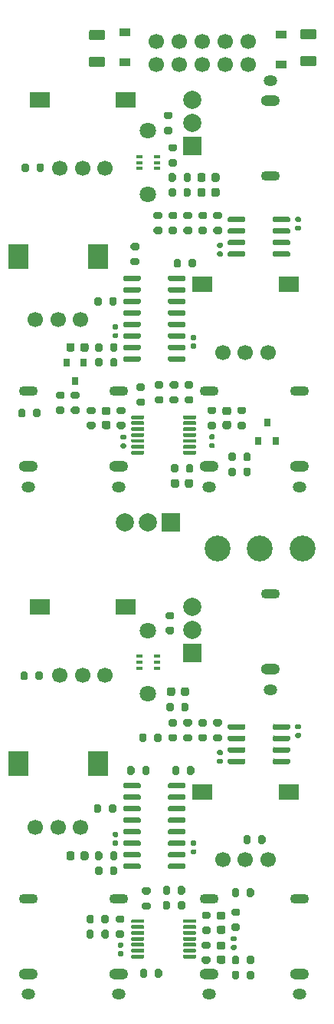
<source format=gbr>
G04 #@! TF.GenerationSoftware,KiCad,Pcbnew,(5.1.10)-1*
G04 #@! TF.CreationDate,2021-12-11T11:34:55-08:00*
G04 #@! TF.ProjectId,paradox,70617261-646f-4782-9e6b-696361645f70,rev?*
G04 #@! TF.SameCoordinates,Original*
G04 #@! TF.FileFunction,Soldermask,Top*
G04 #@! TF.FilePolarity,Negative*
%FSLAX46Y46*%
G04 Gerber Fmt 4.6, Leading zero omitted, Abs format (unit mm)*
G04 Created by KiCad (PCBNEW (5.1.10)-1) date 2021-12-11 11:34:55*
%MOMM*%
%LPD*%
G01*
G04 APERTURE LIST*
%ADD10C,1.800000*%
%ADD11R,2.000000X2.000000*%
%ADD12C,2.000000*%
%ADD13R,2.300000X2.700000*%
%ADD14C,1.700000*%
%ADD15O,1.500000X1.200000*%
%ADD16O,2.100000X1.200000*%
%ADD17O,2.100000X1.100000*%
%ADD18R,0.800000X0.900000*%
%ADD19R,0.650000X0.400000*%
%ADD20R,1.200000X0.900000*%
%ADD21C,2.850000*%
%ADD22R,2.300000X1.700000*%
G04 APERTURE END LIST*
D10*
G04 #@! TO.C,R20*
X-20764500Y40965000D03*
X-20764500Y33965000D03*
G04 #@! TD*
G04 #@! TO.C,R19*
X-20764500Y96019500D03*
X-20764500Y89019500D03*
G04 #@! TD*
D11*
G04 #@! TO.C,RV9*
X-18254001Y52865000D03*
D12*
X-20794001Y52865000D03*
X-23334001Y52865000D03*
G04 #@! TD*
G04 #@! TO.C,RV8*
X-15890000Y43535000D03*
X-15890000Y40995000D03*
D11*
X-15890000Y38455000D03*
G04 #@! TD*
D12*
G04 #@! TO.C,RV7*
X-15890000Y99454000D03*
X-15890000Y96914000D03*
D11*
X-15890000Y94374000D03*
G04 #@! TD*
D13*
G04 #@! TO.C,RV2*
X-35105000Y82199000D03*
X-26305000Y82199000D03*
D14*
X-33205000Y75199000D03*
X-30705000Y75199000D03*
X-28205000Y75199000D03*
G04 #@! TD*
D13*
G04 #@! TO.C,RV5*
X-35105000Y26280000D03*
X-26305000Y26280000D03*
D14*
X-33205000Y19280000D03*
X-30705000Y19280000D03*
X-28205000Y19280000D03*
G04 #@! TD*
G04 #@! TO.C,R58*
G36*
G01*
X-25927500Y7218000D02*
X-25927500Y7768000D01*
G75*
G02*
X-25727500Y7968000I200000J0D01*
G01*
X-25327500Y7968000D01*
G75*
G02*
X-25127500Y7768000I0J-200000D01*
G01*
X-25127500Y7218000D01*
G75*
G02*
X-25327500Y7018000I-200000J0D01*
G01*
X-25727500Y7018000D01*
G75*
G02*
X-25927500Y7218000I0J200000D01*
G01*
G37*
G36*
G01*
X-27577500Y7218000D02*
X-27577500Y7768000D01*
G75*
G02*
X-27377500Y7968000I200000J0D01*
G01*
X-26977500Y7968000D01*
G75*
G02*
X-26777500Y7768000I0J-200000D01*
G01*
X-26777500Y7218000D01*
G75*
G02*
X-26977500Y7018000I-200000J0D01*
G01*
X-27377500Y7018000D01*
G75*
G02*
X-27577500Y7218000I0J200000D01*
G01*
G37*
G04 #@! TD*
G04 #@! TO.C,R57*
G36*
G01*
X-25927500Y8869000D02*
X-25927500Y9419000D01*
G75*
G02*
X-25727500Y9619000I200000J0D01*
G01*
X-25327500Y9619000D01*
G75*
G02*
X-25127500Y9419000I0J-200000D01*
G01*
X-25127500Y8869000D01*
G75*
G02*
X-25327500Y8669000I-200000J0D01*
G01*
X-25727500Y8669000D01*
G75*
G02*
X-25927500Y8869000I0J200000D01*
G01*
G37*
G36*
G01*
X-27577500Y8869000D02*
X-27577500Y9419000D01*
G75*
G02*
X-27377500Y9619000I200000J0D01*
G01*
X-26977500Y9619000D01*
G75*
G02*
X-26777500Y9419000I0J-200000D01*
G01*
X-26777500Y8869000D01*
G75*
G02*
X-26977500Y8669000I-200000J0D01*
G01*
X-27377500Y8669000D01*
G75*
G02*
X-27577500Y8869000I0J200000D01*
G01*
G37*
G04 #@! TD*
G04 #@! TO.C,R56*
G36*
G01*
X-9062000Y12340000D02*
X-9062000Y11790000D01*
G75*
G02*
X-9262000Y11590000I-200000J0D01*
G01*
X-9662000Y11590000D01*
G75*
G02*
X-9862000Y11790000I0J200000D01*
G01*
X-9862000Y12340000D01*
G75*
G02*
X-9662000Y12540000I200000J0D01*
G01*
X-9262000Y12540000D01*
G75*
G02*
X-9062000Y12340000I0J-200000D01*
G01*
G37*
G36*
G01*
X-10712000Y12340000D02*
X-10712000Y11790000D01*
G75*
G02*
X-10912000Y11590000I-200000J0D01*
G01*
X-11312000Y11590000D01*
G75*
G02*
X-11512000Y11790000I0J200000D01*
G01*
X-11512000Y12340000D01*
G75*
G02*
X-11312000Y12540000I200000J0D01*
G01*
X-10912000Y12540000D01*
G75*
G02*
X-10712000Y12340000I0J-200000D01*
G01*
G37*
G04 #@! TD*
G04 #@! TO.C,R49*
G36*
G01*
X-24151000Y7893500D02*
X-23601000Y7893500D01*
G75*
G02*
X-23401000Y7693500I0J-200000D01*
G01*
X-23401000Y7293500D01*
G75*
G02*
X-23601000Y7093500I-200000J0D01*
G01*
X-24151000Y7093500D01*
G75*
G02*
X-24351000Y7293500I0J200000D01*
G01*
X-24351000Y7693500D01*
G75*
G02*
X-24151000Y7893500I200000J0D01*
G01*
G37*
G36*
G01*
X-24151000Y9543500D02*
X-23601000Y9543500D01*
G75*
G02*
X-23401000Y9343500I0J-200000D01*
G01*
X-23401000Y8943500D01*
G75*
G02*
X-23601000Y8743500I-200000J0D01*
G01*
X-24151000Y8743500D01*
G75*
G02*
X-24351000Y8943500I0J200000D01*
G01*
X-24351000Y9343500D01*
G75*
G02*
X-24151000Y9543500I200000J0D01*
G01*
G37*
G04 #@! TD*
G04 #@! TO.C,R48*
G36*
G01*
X-14600600Y9975300D02*
X-14050600Y9975300D01*
G75*
G02*
X-13850600Y9775300I0J-200000D01*
G01*
X-13850600Y9375300D01*
G75*
G02*
X-14050600Y9175300I-200000J0D01*
G01*
X-14600600Y9175300D01*
G75*
G02*
X-14800600Y9375300I0J200000D01*
G01*
X-14800600Y9775300D01*
G75*
G02*
X-14600600Y9975300I200000J0D01*
G01*
G37*
G36*
G01*
X-14600600Y8325300D02*
X-14050600Y8325300D01*
G75*
G02*
X-13850600Y8125300I0J-200000D01*
G01*
X-13850600Y7725300D01*
G75*
G02*
X-14050600Y7525300I-200000J0D01*
G01*
X-14600600Y7525300D01*
G75*
G02*
X-14800600Y7725300I0J200000D01*
G01*
X-14800600Y8125300D01*
G75*
G02*
X-14600600Y8325300I200000J0D01*
G01*
G37*
G04 #@! TD*
G04 #@! TO.C,R46*
G36*
G01*
X-21230000Y11005000D02*
X-20680000Y11005000D01*
G75*
G02*
X-20480000Y10805000I0J-200000D01*
G01*
X-20480000Y10405000D01*
G75*
G02*
X-20680000Y10205000I-200000J0D01*
G01*
X-21230000Y10205000D01*
G75*
G02*
X-21430000Y10405000I0J200000D01*
G01*
X-21430000Y10805000D01*
G75*
G02*
X-21230000Y11005000I200000J0D01*
G01*
G37*
G36*
G01*
X-21230000Y12655000D02*
X-20680000Y12655000D01*
G75*
G02*
X-20480000Y12455000I0J-200000D01*
G01*
X-20480000Y12055000D01*
G75*
G02*
X-20680000Y11855000I-200000J0D01*
G01*
X-21230000Y11855000D01*
G75*
G02*
X-21430000Y12055000I0J200000D01*
G01*
X-21430000Y12455000D01*
G75*
G02*
X-21230000Y12655000I200000J0D01*
G01*
G37*
G04 #@! TD*
G04 #@! TO.C,R45*
G36*
G01*
X-16682000Y12594000D02*
X-16682000Y12044000D01*
G75*
G02*
X-16882000Y11844000I-200000J0D01*
G01*
X-17282000Y11844000D01*
G75*
G02*
X-17482000Y12044000I0J200000D01*
G01*
X-17482000Y12594000D01*
G75*
G02*
X-17282000Y12794000I200000J0D01*
G01*
X-16882000Y12794000D01*
G75*
G02*
X-16682000Y12594000I0J-200000D01*
G01*
G37*
G36*
G01*
X-18332000Y12594000D02*
X-18332000Y12044000D01*
G75*
G02*
X-18532000Y11844000I-200000J0D01*
G01*
X-18932000Y11844000D01*
G75*
G02*
X-19132000Y12044000I0J200000D01*
G01*
X-19132000Y12594000D01*
G75*
G02*
X-18932000Y12794000I200000J0D01*
G01*
X-18532000Y12794000D01*
G75*
G02*
X-18332000Y12594000I0J-200000D01*
G01*
G37*
G04 #@! TD*
G04 #@! TO.C,R43*
G36*
G01*
X-19132000Y10393000D02*
X-19132000Y10943000D01*
G75*
G02*
X-18932000Y11143000I200000J0D01*
G01*
X-18532000Y11143000D01*
G75*
G02*
X-18332000Y10943000I0J-200000D01*
G01*
X-18332000Y10393000D01*
G75*
G02*
X-18532000Y10193000I-200000J0D01*
G01*
X-18932000Y10193000D01*
G75*
G02*
X-19132000Y10393000I0J200000D01*
G01*
G37*
G36*
G01*
X-17482000Y10393000D02*
X-17482000Y10943000D01*
G75*
G02*
X-17282000Y11143000I200000J0D01*
G01*
X-16882000Y11143000D01*
G75*
G02*
X-16682000Y10943000I0J-200000D01*
G01*
X-16682000Y10393000D01*
G75*
G02*
X-16882000Y10193000I-200000J0D01*
G01*
X-17282000Y10193000D01*
G75*
G02*
X-17482000Y10393000I0J200000D01*
G01*
G37*
G04 #@! TD*
G04 #@! TO.C,R41*
G36*
G01*
X-10799400Y7855000D02*
X-11349400Y7855000D01*
G75*
G02*
X-11549400Y8055000I0J200000D01*
G01*
X-11549400Y8455000D01*
G75*
G02*
X-11349400Y8655000I200000J0D01*
G01*
X-10799400Y8655000D01*
G75*
G02*
X-10599400Y8455000I0J-200000D01*
G01*
X-10599400Y8055000D01*
G75*
G02*
X-10799400Y7855000I-200000J0D01*
G01*
G37*
G36*
G01*
X-10799400Y9505000D02*
X-11349400Y9505000D01*
G75*
G02*
X-11549400Y9705000I0J200000D01*
G01*
X-11549400Y10105000D01*
G75*
G02*
X-11349400Y10305000I200000J0D01*
G01*
X-10799400Y10305000D01*
G75*
G02*
X-10599400Y10105000I0J-200000D01*
G01*
X-10599400Y9705000D01*
G75*
G02*
X-10799400Y9505000I-200000J0D01*
G01*
G37*
G04 #@! TD*
G04 #@! TO.C,C17*
G36*
G01*
X-12950000Y9975300D02*
X-12450000Y9975300D01*
G75*
G02*
X-12225000Y9750300I0J-225000D01*
G01*
X-12225000Y9300300D01*
G75*
G02*
X-12450000Y9075300I-225000J0D01*
G01*
X-12950000Y9075300D01*
G75*
G02*
X-13175000Y9300300I0J225000D01*
G01*
X-13175000Y9750300D01*
G75*
G02*
X-12950000Y9975300I225000J0D01*
G01*
G37*
G36*
G01*
X-12950000Y8425300D02*
X-12450000Y8425300D01*
G75*
G02*
X-12225000Y8200300I0J-225000D01*
G01*
X-12225000Y7750300D01*
G75*
G02*
X-12450000Y7525300I-225000J0D01*
G01*
X-12950000Y7525300D01*
G75*
G02*
X-13175000Y7750300I0J225000D01*
G01*
X-13175000Y8200300D01*
G75*
G02*
X-12950000Y8425300I225000J0D01*
G01*
G37*
G04 #@! TD*
G04 #@! TO.C,J6*
X-19880000Y103378000D03*
X-19880000Y105918000D03*
X-17340000Y103378000D03*
X-17340000Y105918000D03*
X-14800000Y103378000D03*
X-14800000Y105918000D03*
X-12260000Y103378000D03*
X-12260000Y105918000D03*
X-9720000Y103378000D03*
X-9720000Y105918000D03*
G04 #@! TD*
D15*
G04 #@! TO.C,J8*
X-34000000Y879501D03*
D16*
X-34000000Y3120001D03*
D17*
X-34000000Y11420001D03*
G04 #@! TD*
G04 #@! TO.C,C25*
G36*
G01*
X-12450000Y5786000D02*
X-12950000Y5786000D01*
G75*
G02*
X-13175000Y6011000I0J225000D01*
G01*
X-13175000Y6461000D01*
G75*
G02*
X-12950000Y6686000I225000J0D01*
G01*
X-12450000Y6686000D01*
G75*
G02*
X-12225000Y6461000I0J-225000D01*
G01*
X-12225000Y6011000D01*
G75*
G02*
X-12450000Y5786000I-225000J0D01*
G01*
G37*
G36*
G01*
X-12450000Y4236000D02*
X-12950000Y4236000D01*
G75*
G02*
X-13175000Y4461000I0J225000D01*
G01*
X-13175000Y4911000D01*
G75*
G02*
X-12950000Y5136000I225000J0D01*
G01*
X-12450000Y5136000D01*
G75*
G02*
X-12225000Y4911000I0J-225000D01*
G01*
X-12225000Y4461000D01*
G75*
G02*
X-12450000Y4236000I-225000J0D01*
G01*
G37*
G04 #@! TD*
G04 #@! TO.C,C24*
G36*
G01*
X-25650000Y64064000D02*
X-25150000Y64064000D01*
G75*
G02*
X-24925000Y63839000I0J-225000D01*
G01*
X-24925000Y63389000D01*
G75*
G02*
X-25150000Y63164000I-225000J0D01*
G01*
X-25650000Y63164000D01*
G75*
G02*
X-25875000Y63389000I0J225000D01*
G01*
X-25875000Y63839000D01*
G75*
G02*
X-25650000Y64064000I225000J0D01*
G01*
G37*
G36*
G01*
X-25650000Y65614000D02*
X-25150000Y65614000D01*
G75*
G02*
X-24925000Y65389000I0J-225000D01*
G01*
X-24925000Y64939000D01*
G75*
G02*
X-25150000Y64714000I-225000J0D01*
G01*
X-25650000Y64714000D01*
G75*
G02*
X-25875000Y64939000I0J225000D01*
G01*
X-25875000Y65389000D01*
G75*
G02*
X-25650000Y65614000I225000J0D01*
G01*
G37*
G04 #@! TD*
G04 #@! TO.C,U6*
G36*
G01*
X-21175000Y5126000D02*
X-21175000Y4926000D01*
G75*
G02*
X-21275000Y4826000I-100000J0D01*
G01*
X-22550000Y4826000D01*
G75*
G02*
X-22650000Y4926000I0J100000D01*
G01*
X-22650000Y5126000D01*
G75*
G02*
X-22550000Y5226000I100000J0D01*
G01*
X-21275000Y5226000D01*
G75*
G02*
X-21175000Y5126000I0J-100000D01*
G01*
G37*
G36*
G01*
X-21175000Y5776000D02*
X-21175000Y5576000D01*
G75*
G02*
X-21275000Y5476000I-100000J0D01*
G01*
X-22550000Y5476000D01*
G75*
G02*
X-22650000Y5576000I0J100000D01*
G01*
X-22650000Y5776000D01*
G75*
G02*
X-22550000Y5876000I100000J0D01*
G01*
X-21275000Y5876000D01*
G75*
G02*
X-21175000Y5776000I0J-100000D01*
G01*
G37*
G36*
G01*
X-21175000Y6426000D02*
X-21175000Y6226000D01*
G75*
G02*
X-21275000Y6126000I-100000J0D01*
G01*
X-22550000Y6126000D01*
G75*
G02*
X-22650000Y6226000I0J100000D01*
G01*
X-22650000Y6426000D01*
G75*
G02*
X-22550000Y6526000I100000J0D01*
G01*
X-21275000Y6526000D01*
G75*
G02*
X-21175000Y6426000I0J-100000D01*
G01*
G37*
G36*
G01*
X-21175000Y7076000D02*
X-21175000Y6876000D01*
G75*
G02*
X-21275000Y6776000I-100000J0D01*
G01*
X-22550000Y6776000D01*
G75*
G02*
X-22650000Y6876000I0J100000D01*
G01*
X-22650000Y7076000D01*
G75*
G02*
X-22550000Y7176000I100000J0D01*
G01*
X-21275000Y7176000D01*
G75*
G02*
X-21175000Y7076000I0J-100000D01*
G01*
G37*
G36*
G01*
X-21175000Y7726000D02*
X-21175000Y7526000D01*
G75*
G02*
X-21275000Y7426000I-100000J0D01*
G01*
X-22550000Y7426000D01*
G75*
G02*
X-22650000Y7526000I0J100000D01*
G01*
X-22650000Y7726000D01*
G75*
G02*
X-22550000Y7826000I100000J0D01*
G01*
X-21275000Y7826000D01*
G75*
G02*
X-21175000Y7726000I0J-100000D01*
G01*
G37*
G36*
G01*
X-21175000Y8376000D02*
X-21175000Y8176000D01*
G75*
G02*
X-21275000Y8076000I-100000J0D01*
G01*
X-22550000Y8076000D01*
G75*
G02*
X-22650000Y8176000I0J100000D01*
G01*
X-22650000Y8376000D01*
G75*
G02*
X-22550000Y8476000I100000J0D01*
G01*
X-21275000Y8476000D01*
G75*
G02*
X-21175000Y8376000I0J-100000D01*
G01*
G37*
G36*
G01*
X-21175000Y9026000D02*
X-21175000Y8826000D01*
G75*
G02*
X-21275000Y8726000I-100000J0D01*
G01*
X-22550000Y8726000D01*
G75*
G02*
X-22650000Y8826000I0J100000D01*
G01*
X-22650000Y9026000D01*
G75*
G02*
X-22550000Y9126000I100000J0D01*
G01*
X-21275000Y9126000D01*
G75*
G02*
X-21175000Y9026000I0J-100000D01*
G01*
G37*
G36*
G01*
X-15450000Y9026000D02*
X-15450000Y8826000D01*
G75*
G02*
X-15550000Y8726000I-100000J0D01*
G01*
X-16825000Y8726000D01*
G75*
G02*
X-16925000Y8826000I0J100000D01*
G01*
X-16925000Y9026000D01*
G75*
G02*
X-16825000Y9126000I100000J0D01*
G01*
X-15550000Y9126000D01*
G75*
G02*
X-15450000Y9026000I0J-100000D01*
G01*
G37*
G36*
G01*
X-15450000Y8376000D02*
X-15450000Y8176000D01*
G75*
G02*
X-15550000Y8076000I-100000J0D01*
G01*
X-16825000Y8076000D01*
G75*
G02*
X-16925000Y8176000I0J100000D01*
G01*
X-16925000Y8376000D01*
G75*
G02*
X-16825000Y8476000I100000J0D01*
G01*
X-15550000Y8476000D01*
G75*
G02*
X-15450000Y8376000I0J-100000D01*
G01*
G37*
G36*
G01*
X-15450000Y7726000D02*
X-15450000Y7526000D01*
G75*
G02*
X-15550000Y7426000I-100000J0D01*
G01*
X-16825000Y7426000D01*
G75*
G02*
X-16925000Y7526000I0J100000D01*
G01*
X-16925000Y7726000D01*
G75*
G02*
X-16825000Y7826000I100000J0D01*
G01*
X-15550000Y7826000D01*
G75*
G02*
X-15450000Y7726000I0J-100000D01*
G01*
G37*
G36*
G01*
X-15450000Y7076000D02*
X-15450000Y6876000D01*
G75*
G02*
X-15550000Y6776000I-100000J0D01*
G01*
X-16825000Y6776000D01*
G75*
G02*
X-16925000Y6876000I0J100000D01*
G01*
X-16925000Y7076000D01*
G75*
G02*
X-16825000Y7176000I100000J0D01*
G01*
X-15550000Y7176000D01*
G75*
G02*
X-15450000Y7076000I0J-100000D01*
G01*
G37*
G36*
G01*
X-15450000Y6426000D02*
X-15450000Y6226000D01*
G75*
G02*
X-15550000Y6126000I-100000J0D01*
G01*
X-16825000Y6126000D01*
G75*
G02*
X-16925000Y6226000I0J100000D01*
G01*
X-16925000Y6426000D01*
G75*
G02*
X-16825000Y6526000I100000J0D01*
G01*
X-15550000Y6526000D01*
G75*
G02*
X-15450000Y6426000I0J-100000D01*
G01*
G37*
G36*
G01*
X-15450000Y5776000D02*
X-15450000Y5576000D01*
G75*
G02*
X-15550000Y5476000I-100000J0D01*
G01*
X-16825000Y5476000D01*
G75*
G02*
X-16925000Y5576000I0J100000D01*
G01*
X-16925000Y5776000D01*
G75*
G02*
X-16825000Y5876000I100000J0D01*
G01*
X-15550000Y5876000D01*
G75*
G02*
X-15450000Y5776000I0J-100000D01*
G01*
G37*
G36*
G01*
X-15450000Y5126000D02*
X-15450000Y4926000D01*
G75*
G02*
X-15550000Y4826000I-100000J0D01*
G01*
X-16825000Y4826000D01*
G75*
G02*
X-16925000Y4926000I0J100000D01*
G01*
X-16925000Y5126000D01*
G75*
G02*
X-16825000Y5226000I100000J0D01*
G01*
X-15550000Y5226000D01*
G75*
G02*
X-15450000Y5126000I0J-100000D01*
G01*
G37*
G04 #@! TD*
G04 #@! TO.C,U5*
G36*
G01*
X-7009000Y30203000D02*
X-7009000Y30503000D01*
G75*
G02*
X-6859000Y30653000I150000J0D01*
G01*
X-5209000Y30653000D01*
G75*
G02*
X-5059000Y30503000I0J-150000D01*
G01*
X-5059000Y30203000D01*
G75*
G02*
X-5209000Y30053000I-150000J0D01*
G01*
X-6859000Y30053000D01*
G75*
G02*
X-7009000Y30203000I0J150000D01*
G01*
G37*
G36*
G01*
X-7009000Y28933000D02*
X-7009000Y29233000D01*
G75*
G02*
X-6859000Y29383000I150000J0D01*
G01*
X-5209000Y29383000D01*
G75*
G02*
X-5059000Y29233000I0J-150000D01*
G01*
X-5059000Y28933000D01*
G75*
G02*
X-5209000Y28783000I-150000J0D01*
G01*
X-6859000Y28783000D01*
G75*
G02*
X-7009000Y28933000I0J150000D01*
G01*
G37*
G36*
G01*
X-7009000Y27663000D02*
X-7009000Y27963000D01*
G75*
G02*
X-6859000Y28113000I150000J0D01*
G01*
X-5209000Y28113000D01*
G75*
G02*
X-5059000Y27963000I0J-150000D01*
G01*
X-5059000Y27663000D01*
G75*
G02*
X-5209000Y27513000I-150000J0D01*
G01*
X-6859000Y27513000D01*
G75*
G02*
X-7009000Y27663000I0J150000D01*
G01*
G37*
G36*
G01*
X-7009000Y26393000D02*
X-7009000Y26693000D01*
G75*
G02*
X-6859000Y26843000I150000J0D01*
G01*
X-5209000Y26843000D01*
G75*
G02*
X-5059000Y26693000I0J-150000D01*
G01*
X-5059000Y26393000D01*
G75*
G02*
X-5209000Y26243000I-150000J0D01*
G01*
X-6859000Y26243000D01*
G75*
G02*
X-7009000Y26393000I0J150000D01*
G01*
G37*
G36*
G01*
X-11959000Y26393000D02*
X-11959000Y26693000D01*
G75*
G02*
X-11809000Y26843000I150000J0D01*
G01*
X-10159000Y26843000D01*
G75*
G02*
X-10009000Y26693000I0J-150000D01*
G01*
X-10009000Y26393000D01*
G75*
G02*
X-10159000Y26243000I-150000J0D01*
G01*
X-11809000Y26243000D01*
G75*
G02*
X-11959000Y26393000I0J150000D01*
G01*
G37*
G36*
G01*
X-11959000Y27663000D02*
X-11959000Y27963000D01*
G75*
G02*
X-11809000Y28113000I150000J0D01*
G01*
X-10159000Y28113000D01*
G75*
G02*
X-10009000Y27963000I0J-150000D01*
G01*
X-10009000Y27663000D01*
G75*
G02*
X-10159000Y27513000I-150000J0D01*
G01*
X-11809000Y27513000D01*
G75*
G02*
X-11959000Y27663000I0J150000D01*
G01*
G37*
G36*
G01*
X-11959000Y28933000D02*
X-11959000Y29233000D01*
G75*
G02*
X-11809000Y29383000I150000J0D01*
G01*
X-10159000Y29383000D01*
G75*
G02*
X-10009000Y29233000I0J-150000D01*
G01*
X-10009000Y28933000D01*
G75*
G02*
X-10159000Y28783000I-150000J0D01*
G01*
X-11809000Y28783000D01*
G75*
G02*
X-11959000Y28933000I0J150000D01*
G01*
G37*
G36*
G01*
X-11959000Y30203000D02*
X-11959000Y30503000D01*
G75*
G02*
X-11809000Y30653000I150000J0D01*
G01*
X-10159000Y30653000D01*
G75*
G02*
X-10009000Y30503000I0J-150000D01*
G01*
X-10009000Y30203000D01*
G75*
G02*
X-10159000Y30053000I-150000J0D01*
G01*
X-11809000Y30053000D01*
G75*
G02*
X-11959000Y30203000I0J150000D01*
G01*
G37*
G04 #@! TD*
G04 #@! TO.C,C22*
G36*
G01*
X-12997000Y26823000D02*
X-12657000Y26823000D01*
G75*
G02*
X-12517000Y26683000I0J-140000D01*
G01*
X-12517000Y26403000D01*
G75*
G02*
X-12657000Y26263000I-140000J0D01*
G01*
X-12997000Y26263000D01*
G75*
G02*
X-13137000Y26403000I0J140000D01*
G01*
X-13137000Y26683000D01*
G75*
G02*
X-12997000Y26823000I140000J0D01*
G01*
G37*
G36*
G01*
X-12997000Y27783000D02*
X-12657000Y27783000D01*
G75*
G02*
X-12517000Y27643000I0J-140000D01*
G01*
X-12517000Y27363000D01*
G75*
G02*
X-12657000Y27223000I-140000J0D01*
G01*
X-12997000Y27223000D01*
G75*
G02*
X-13137000Y27363000I0J140000D01*
G01*
X-13137000Y27643000D01*
G75*
G02*
X-12997000Y27783000I140000J0D01*
G01*
G37*
G04 #@! TD*
G04 #@! TO.C,C21*
G36*
G01*
X-4361000Y29673000D02*
X-4021000Y29673000D01*
G75*
G02*
X-3881000Y29533000I0J-140000D01*
G01*
X-3881000Y29253000D01*
G75*
G02*
X-4021000Y29113000I-140000J0D01*
G01*
X-4361000Y29113000D01*
G75*
G02*
X-4501000Y29253000I0J140000D01*
G01*
X-4501000Y29533000D01*
G75*
G02*
X-4361000Y29673000I140000J0D01*
G01*
G37*
G36*
G01*
X-4361000Y30633000D02*
X-4021000Y30633000D01*
G75*
G02*
X-3881000Y30493000I0J-140000D01*
G01*
X-3881000Y30213000D01*
G75*
G02*
X-4021000Y30073000I-140000J0D01*
G01*
X-4361000Y30073000D01*
G75*
G02*
X-4501000Y30213000I0J140000D01*
G01*
X-4501000Y30493000D01*
G75*
G02*
X-4361000Y30633000I140000J0D01*
G01*
G37*
G04 #@! TD*
G04 #@! TO.C,R55*
G36*
G01*
X-33484000Y64652000D02*
X-33484000Y65202000D01*
G75*
G02*
X-33284000Y65402000I200000J0D01*
G01*
X-32884000Y65402000D01*
G75*
G02*
X-32684000Y65202000I0J-200000D01*
G01*
X-32684000Y64652000D01*
G75*
G02*
X-32884000Y64452000I-200000J0D01*
G01*
X-33284000Y64452000D01*
G75*
G02*
X-33484000Y64652000I0J200000D01*
G01*
G37*
G36*
G01*
X-35134000Y64652000D02*
X-35134000Y65202000D01*
G75*
G02*
X-34934000Y65402000I200000J0D01*
G01*
X-34534000Y65402000D01*
G75*
G02*
X-34334000Y65202000I0J-200000D01*
G01*
X-34334000Y64652000D01*
G75*
G02*
X-34534000Y64452000I-200000J0D01*
G01*
X-34934000Y64452000D01*
G75*
G02*
X-35134000Y64652000I0J200000D01*
G01*
G37*
G04 #@! TD*
G04 #@! TO.C,R38*
G36*
G01*
X-20022000Y2900000D02*
X-20022000Y3450000D01*
G75*
G02*
X-19822000Y3650000I200000J0D01*
G01*
X-19422000Y3650000D01*
G75*
G02*
X-19222000Y3450000I0J-200000D01*
G01*
X-19222000Y2900000D01*
G75*
G02*
X-19422000Y2700000I-200000J0D01*
G01*
X-19822000Y2700000D01*
G75*
G02*
X-20022000Y2900000I0J200000D01*
G01*
G37*
G36*
G01*
X-21672000Y2900000D02*
X-21672000Y3450000D01*
G75*
G02*
X-21472000Y3650000I200000J0D01*
G01*
X-21072000Y3650000D01*
G75*
G02*
X-20872000Y3450000I0J-200000D01*
G01*
X-20872000Y2900000D01*
G75*
G02*
X-21072000Y2700000I-200000J0D01*
G01*
X-21472000Y2700000D01*
G75*
G02*
X-21672000Y2900000I0J200000D01*
G01*
G37*
G04 #@! TD*
G04 #@! TO.C,R16*
G36*
G01*
X-21865000Y66534000D02*
X-21315000Y66534000D01*
G75*
G02*
X-21115000Y66334000I0J-200000D01*
G01*
X-21115000Y65934000D01*
G75*
G02*
X-21315000Y65734000I-200000J0D01*
G01*
X-21865000Y65734000D01*
G75*
G02*
X-22065000Y65934000I0J200000D01*
G01*
X-22065000Y66334000D01*
G75*
G02*
X-21865000Y66534000I200000J0D01*
G01*
G37*
G36*
G01*
X-21865000Y68184000D02*
X-21315000Y68184000D01*
G75*
G02*
X-21115000Y67984000I0J-200000D01*
G01*
X-21115000Y67584000D01*
G75*
G02*
X-21315000Y67384000I-200000J0D01*
G01*
X-21865000Y67384000D01*
G75*
G02*
X-22065000Y67584000I0J200000D01*
G01*
X-22065000Y67984000D01*
G75*
G02*
X-21865000Y68184000I200000J0D01*
G01*
G37*
G04 #@! TD*
G04 #@! TO.C,C20*
G36*
G01*
X-12997000Y82733000D02*
X-12657000Y82733000D01*
G75*
G02*
X-12517000Y82593000I0J-140000D01*
G01*
X-12517000Y82313000D01*
G75*
G02*
X-12657000Y82173000I-140000J0D01*
G01*
X-12997000Y82173000D01*
G75*
G02*
X-13137000Y82313000I0J140000D01*
G01*
X-13137000Y82593000D01*
G75*
G02*
X-12997000Y82733000I140000J0D01*
G01*
G37*
G36*
G01*
X-12997000Y83693000D02*
X-12657000Y83693000D01*
G75*
G02*
X-12517000Y83553000I0J-140000D01*
G01*
X-12517000Y83273000D01*
G75*
G02*
X-12657000Y83133000I-140000J0D01*
G01*
X-12997000Y83133000D01*
G75*
G02*
X-13137000Y83273000I0J140000D01*
G01*
X-13137000Y83553000D01*
G75*
G02*
X-12997000Y83693000I140000J0D01*
G01*
G37*
G04 #@! TD*
G04 #@! TO.C,C19*
G36*
G01*
X-4361000Y85583000D02*
X-4021000Y85583000D01*
G75*
G02*
X-3881000Y85443000I0J-140000D01*
G01*
X-3881000Y85163000D01*
G75*
G02*
X-4021000Y85023000I-140000J0D01*
G01*
X-4361000Y85023000D01*
G75*
G02*
X-4501000Y85163000I0J140000D01*
G01*
X-4501000Y85443000D01*
G75*
G02*
X-4361000Y85583000I140000J0D01*
G01*
G37*
G36*
G01*
X-4361000Y86543000D02*
X-4021000Y86543000D01*
G75*
G02*
X-3881000Y86403000I0J-140000D01*
G01*
X-3881000Y86123000D01*
G75*
G02*
X-4021000Y85983000I-140000J0D01*
G01*
X-4361000Y85983000D01*
G75*
G02*
X-4501000Y86123000I0J140000D01*
G01*
X-4501000Y86403000D01*
G75*
G02*
X-4361000Y86543000I140000J0D01*
G01*
G37*
G04 #@! TD*
G04 #@! TO.C,U1*
G36*
G01*
X-7009000Y86113000D02*
X-7009000Y86413000D01*
G75*
G02*
X-6859000Y86563000I150000J0D01*
G01*
X-5209000Y86563000D01*
G75*
G02*
X-5059000Y86413000I0J-150000D01*
G01*
X-5059000Y86113000D01*
G75*
G02*
X-5209000Y85963000I-150000J0D01*
G01*
X-6859000Y85963000D01*
G75*
G02*
X-7009000Y86113000I0J150000D01*
G01*
G37*
G36*
G01*
X-7009000Y84843000D02*
X-7009000Y85143000D01*
G75*
G02*
X-6859000Y85293000I150000J0D01*
G01*
X-5209000Y85293000D01*
G75*
G02*
X-5059000Y85143000I0J-150000D01*
G01*
X-5059000Y84843000D01*
G75*
G02*
X-5209000Y84693000I-150000J0D01*
G01*
X-6859000Y84693000D01*
G75*
G02*
X-7009000Y84843000I0J150000D01*
G01*
G37*
G36*
G01*
X-7009000Y83573000D02*
X-7009000Y83873000D01*
G75*
G02*
X-6859000Y84023000I150000J0D01*
G01*
X-5209000Y84023000D01*
G75*
G02*
X-5059000Y83873000I0J-150000D01*
G01*
X-5059000Y83573000D01*
G75*
G02*
X-5209000Y83423000I-150000J0D01*
G01*
X-6859000Y83423000D01*
G75*
G02*
X-7009000Y83573000I0J150000D01*
G01*
G37*
G36*
G01*
X-7009000Y82303000D02*
X-7009000Y82603000D01*
G75*
G02*
X-6859000Y82753000I150000J0D01*
G01*
X-5209000Y82753000D01*
G75*
G02*
X-5059000Y82603000I0J-150000D01*
G01*
X-5059000Y82303000D01*
G75*
G02*
X-5209000Y82153000I-150000J0D01*
G01*
X-6859000Y82153000D01*
G75*
G02*
X-7009000Y82303000I0J150000D01*
G01*
G37*
G36*
G01*
X-11959000Y82303000D02*
X-11959000Y82603000D01*
G75*
G02*
X-11809000Y82753000I150000J0D01*
G01*
X-10159000Y82753000D01*
G75*
G02*
X-10009000Y82603000I0J-150000D01*
G01*
X-10009000Y82303000D01*
G75*
G02*
X-10159000Y82153000I-150000J0D01*
G01*
X-11809000Y82153000D01*
G75*
G02*
X-11959000Y82303000I0J150000D01*
G01*
G37*
G36*
G01*
X-11959000Y83573000D02*
X-11959000Y83873000D01*
G75*
G02*
X-11809000Y84023000I150000J0D01*
G01*
X-10159000Y84023000D01*
G75*
G02*
X-10009000Y83873000I0J-150000D01*
G01*
X-10009000Y83573000D01*
G75*
G02*
X-10159000Y83423000I-150000J0D01*
G01*
X-11809000Y83423000D01*
G75*
G02*
X-11959000Y83573000I0J150000D01*
G01*
G37*
G36*
G01*
X-11959000Y84843000D02*
X-11959000Y85143000D01*
G75*
G02*
X-11809000Y85293000I150000J0D01*
G01*
X-10159000Y85293000D01*
G75*
G02*
X-10009000Y85143000I0J-150000D01*
G01*
X-10009000Y84843000D01*
G75*
G02*
X-10159000Y84693000I-150000J0D01*
G01*
X-11809000Y84693000D01*
G75*
G02*
X-11959000Y84843000I0J150000D01*
G01*
G37*
G36*
G01*
X-11959000Y86113000D02*
X-11959000Y86413000D01*
G75*
G02*
X-11809000Y86563000I150000J0D01*
G01*
X-10159000Y86563000D01*
G75*
G02*
X-10009000Y86413000I0J-150000D01*
G01*
X-10009000Y86113000D01*
G75*
G02*
X-10159000Y85963000I-150000J0D01*
G01*
X-11809000Y85963000D01*
G75*
G02*
X-11959000Y86113000I0J150000D01*
G01*
G37*
G04 #@! TD*
D15*
G04 #@! TO.C,J5*
X-4000000Y879500D03*
D16*
X-4000000Y3120000D03*
D17*
X-4000000Y11420000D03*
G04 #@! TD*
D15*
G04 #@! TO.C,J4*
X-7214000Y34443500D03*
D16*
X-7214000Y36684000D03*
D17*
X-7214000Y44984000D03*
G04 #@! TD*
D15*
G04 #@! TO.C,J3*
X-14000000Y56798500D03*
D16*
X-14000000Y59039000D03*
D17*
X-14000000Y67339000D03*
G04 #@! TD*
D15*
G04 #@! TO.C,J2*
X-4000000Y56798500D03*
D16*
X-4000000Y59039000D03*
D17*
X-4000000Y67339000D03*
G04 #@! TD*
D15*
G04 #@! TO.C,J1*
X-7214000Y101603500D03*
D16*
X-7214000Y99363000D03*
D17*
X-7214000Y91063000D03*
G04 #@! TD*
D15*
G04 #@! TO.C,J11*
X-34000000Y56798500D03*
D16*
X-34000000Y59039000D03*
D17*
X-34000000Y67339000D03*
G04 #@! TD*
D15*
G04 #@! TO.C,J10*
X-14000000Y879500D03*
D16*
X-14000000Y3120000D03*
D17*
X-14000000Y11420000D03*
G04 #@! TD*
D15*
G04 #@! TO.C,J9*
X-24000000Y879500D03*
D16*
X-24000000Y3120000D03*
D17*
X-24000000Y11420000D03*
G04 #@! TD*
D15*
G04 #@! TO.C,J7*
X-24000000Y56798500D03*
D16*
X-24000000Y59039000D03*
D17*
X-24000000Y67339000D03*
G04 #@! TD*
G04 #@! TO.C,R31*
G36*
G01*
X-25825000Y72441000D02*
X-25825000Y71891000D01*
G75*
G02*
X-26025000Y71691000I-200000J0D01*
G01*
X-26425000Y71691000D01*
G75*
G02*
X-26625000Y71891000I0J200000D01*
G01*
X-26625000Y72441000D01*
G75*
G02*
X-26425000Y72641000I200000J0D01*
G01*
X-26025000Y72641000D01*
G75*
G02*
X-25825000Y72441000I0J-200000D01*
G01*
G37*
G36*
G01*
X-24175000Y72441000D02*
X-24175000Y71891000D01*
G75*
G02*
X-24375000Y71691000I-200000J0D01*
G01*
X-24775000Y71691000D01*
G75*
G02*
X-24975000Y71891000I0J200000D01*
G01*
X-24975000Y72441000D01*
G75*
G02*
X-24775000Y72641000I200000J0D01*
G01*
X-24375000Y72641000D01*
G75*
G02*
X-24175000Y72441000I0J-200000D01*
G01*
G37*
G04 #@! TD*
G04 #@! TO.C,C10*
G36*
G01*
X-23642500Y6006500D02*
X-23982500Y6006500D01*
G75*
G02*
X-24122500Y6146500I0J140000D01*
G01*
X-24122500Y6426500D01*
G75*
G02*
X-23982500Y6566500I140000J0D01*
G01*
X-23642500Y6566500D01*
G75*
G02*
X-23502500Y6426500I0J-140000D01*
G01*
X-23502500Y6146500D01*
G75*
G02*
X-23642500Y6006500I-140000J0D01*
G01*
G37*
G36*
G01*
X-23642500Y5046500D02*
X-23982500Y5046500D01*
G75*
G02*
X-24122500Y5186500I0J140000D01*
G01*
X-24122500Y5466500D01*
G75*
G02*
X-23982500Y5606500I140000J0D01*
G01*
X-23642500Y5606500D01*
G75*
G02*
X-23502500Y5466500I0J-140000D01*
G01*
X-23502500Y5186500D01*
G75*
G02*
X-23642500Y5046500I-140000J0D01*
G01*
G37*
G04 #@! TD*
G04 #@! TO.C,C9*
G36*
G01*
X-15918000Y16846000D02*
X-15578000Y16846000D01*
G75*
G02*
X-15438000Y16706000I0J-140000D01*
G01*
X-15438000Y16426000D01*
G75*
G02*
X-15578000Y16286000I-140000J0D01*
G01*
X-15918000Y16286000D01*
G75*
G02*
X-16058000Y16426000I0J140000D01*
G01*
X-16058000Y16706000D01*
G75*
G02*
X-15918000Y16846000I140000J0D01*
G01*
G37*
G36*
G01*
X-15918000Y17806000D02*
X-15578000Y17806000D01*
G75*
G02*
X-15438000Y17666000I0J-140000D01*
G01*
X-15438000Y17386000D01*
G75*
G02*
X-15578000Y17246000I-140000J0D01*
G01*
X-15918000Y17246000D01*
G75*
G02*
X-16058000Y17386000I0J140000D01*
G01*
X-16058000Y17666000D01*
G75*
G02*
X-15918000Y17806000I140000J0D01*
G01*
G37*
G04 #@! TD*
G04 #@! TO.C,C8*
G36*
G01*
X-24554000Y17806000D02*
X-24214000Y17806000D01*
G75*
G02*
X-24074000Y17666000I0J-140000D01*
G01*
X-24074000Y17386000D01*
G75*
G02*
X-24214000Y17246000I-140000J0D01*
G01*
X-24554000Y17246000D01*
G75*
G02*
X-24694000Y17386000I0J140000D01*
G01*
X-24694000Y17666000D01*
G75*
G02*
X-24554000Y17806000I140000J0D01*
G01*
G37*
G36*
G01*
X-24554000Y18766000D02*
X-24214000Y18766000D01*
G75*
G02*
X-24074000Y18626000I0J-140000D01*
G01*
X-24074000Y18346000D01*
G75*
G02*
X-24214000Y18206000I-140000J0D01*
G01*
X-24554000Y18206000D01*
G75*
G02*
X-24694000Y18346000I0J140000D01*
G01*
X-24694000Y18626000D01*
G75*
G02*
X-24554000Y18766000I140000J0D01*
G01*
G37*
G04 #@! TD*
G04 #@! TO.C,C7*
G36*
G01*
X-11473000Y6305000D02*
X-11133000Y6305000D01*
G75*
G02*
X-10993000Y6165000I0J-140000D01*
G01*
X-10993000Y5885000D01*
G75*
G02*
X-11133000Y5745000I-140000J0D01*
G01*
X-11473000Y5745000D01*
G75*
G02*
X-11613000Y5885000I0J140000D01*
G01*
X-11613000Y6165000D01*
G75*
G02*
X-11473000Y6305000I140000J0D01*
G01*
G37*
G36*
G01*
X-11473000Y7265000D02*
X-11133000Y7265000D01*
G75*
G02*
X-10993000Y7125000I0J-140000D01*
G01*
X-10993000Y6845000D01*
G75*
G02*
X-11133000Y6705000I-140000J0D01*
G01*
X-11473000Y6705000D01*
G75*
G02*
X-11613000Y6845000I0J140000D01*
G01*
X-11613000Y7125000D01*
G75*
G02*
X-11473000Y7265000I140000J0D01*
G01*
G37*
G04 #@! TD*
G04 #@! TO.C,C6*
G36*
G01*
X-24554000Y73744000D02*
X-24214000Y73744000D01*
G75*
G02*
X-24074000Y73604000I0J-140000D01*
G01*
X-24074000Y73324000D01*
G75*
G02*
X-24214000Y73184000I-140000J0D01*
G01*
X-24554000Y73184000D01*
G75*
G02*
X-24694000Y73324000I0J140000D01*
G01*
X-24694000Y73604000D01*
G75*
G02*
X-24554000Y73744000I140000J0D01*
G01*
G37*
G36*
G01*
X-24554000Y74704000D02*
X-24214000Y74704000D01*
G75*
G02*
X-24074000Y74564000I0J-140000D01*
G01*
X-24074000Y74284000D01*
G75*
G02*
X-24214000Y74144000I-140000J0D01*
G01*
X-24554000Y74144000D01*
G75*
G02*
X-24694000Y74284000I0J140000D01*
G01*
X-24694000Y74564000D01*
G75*
G02*
X-24554000Y74704000I140000J0D01*
G01*
G37*
G04 #@! TD*
G04 #@! TO.C,C5*
G36*
G01*
X-15918000Y72571000D02*
X-15578000Y72571000D01*
G75*
G02*
X-15438000Y72431000I0J-140000D01*
G01*
X-15438000Y72151000D01*
G75*
G02*
X-15578000Y72011000I-140000J0D01*
G01*
X-15918000Y72011000D01*
G75*
G02*
X-16058000Y72151000I0J140000D01*
G01*
X-16058000Y72431000D01*
G75*
G02*
X-15918000Y72571000I140000J0D01*
G01*
G37*
G36*
G01*
X-15918000Y73531000D02*
X-15578000Y73531000D01*
G75*
G02*
X-15438000Y73391000I0J-140000D01*
G01*
X-15438000Y73111000D01*
G75*
G02*
X-15578000Y72971000I-140000J0D01*
G01*
X-15918000Y72971000D01*
G75*
G02*
X-16058000Y73111000I0J140000D01*
G01*
X-16058000Y73391000D01*
G75*
G02*
X-15918000Y73531000I140000J0D01*
G01*
G37*
G04 #@! TD*
G04 #@! TO.C,C4*
G36*
G01*
X-23325000Y61980000D02*
X-23665000Y61980000D01*
G75*
G02*
X-23805000Y62120000I0J140000D01*
G01*
X-23805000Y62400000D01*
G75*
G02*
X-23665000Y62540000I140000J0D01*
G01*
X-23325000Y62540000D01*
G75*
G02*
X-23185000Y62400000I0J-140000D01*
G01*
X-23185000Y62120000D01*
G75*
G02*
X-23325000Y61980000I-140000J0D01*
G01*
G37*
G36*
G01*
X-23325000Y61020000D02*
X-23665000Y61020000D01*
G75*
G02*
X-23805000Y61160000I0J140000D01*
G01*
X-23805000Y61440000D01*
G75*
G02*
X-23665000Y61580000I140000J0D01*
G01*
X-23325000Y61580000D01*
G75*
G02*
X-23185000Y61440000I0J-140000D01*
G01*
X-23185000Y61160000D01*
G75*
G02*
X-23325000Y61020000I-140000J0D01*
G01*
G37*
G04 #@! TD*
G04 #@! TO.C,C3*
G36*
G01*
X-13886000Y61613500D02*
X-13546000Y61613500D01*
G75*
G02*
X-13406000Y61473500I0J-140000D01*
G01*
X-13406000Y61193500D01*
G75*
G02*
X-13546000Y61053500I-140000J0D01*
G01*
X-13886000Y61053500D01*
G75*
G02*
X-14026000Y61193500I0J140000D01*
G01*
X-14026000Y61473500D01*
G75*
G02*
X-13886000Y61613500I140000J0D01*
G01*
G37*
G36*
G01*
X-13886000Y62573500D02*
X-13546000Y62573500D01*
G75*
G02*
X-13406000Y62433500I0J-140000D01*
G01*
X-13406000Y62153500D01*
G75*
G02*
X-13546000Y62013500I-140000J0D01*
G01*
X-13886000Y62013500D01*
G75*
G02*
X-14026000Y62153500I0J140000D01*
G01*
X-14026000Y62433500D01*
G75*
G02*
X-13886000Y62573500I140000J0D01*
G01*
G37*
G04 #@! TD*
G04 #@! TO.C,U3*
G36*
G01*
X-21175000Y60664000D02*
X-21175000Y60464000D01*
G75*
G02*
X-21275000Y60364000I-100000J0D01*
G01*
X-22550000Y60364000D01*
G75*
G02*
X-22650000Y60464000I0J100000D01*
G01*
X-22650000Y60664000D01*
G75*
G02*
X-22550000Y60764000I100000J0D01*
G01*
X-21275000Y60764000D01*
G75*
G02*
X-21175000Y60664000I0J-100000D01*
G01*
G37*
G36*
G01*
X-21175000Y61314000D02*
X-21175000Y61114000D01*
G75*
G02*
X-21275000Y61014000I-100000J0D01*
G01*
X-22550000Y61014000D01*
G75*
G02*
X-22650000Y61114000I0J100000D01*
G01*
X-22650000Y61314000D01*
G75*
G02*
X-22550000Y61414000I100000J0D01*
G01*
X-21275000Y61414000D01*
G75*
G02*
X-21175000Y61314000I0J-100000D01*
G01*
G37*
G36*
G01*
X-21175000Y61964000D02*
X-21175000Y61764000D01*
G75*
G02*
X-21275000Y61664000I-100000J0D01*
G01*
X-22550000Y61664000D01*
G75*
G02*
X-22650000Y61764000I0J100000D01*
G01*
X-22650000Y61964000D01*
G75*
G02*
X-22550000Y62064000I100000J0D01*
G01*
X-21275000Y62064000D01*
G75*
G02*
X-21175000Y61964000I0J-100000D01*
G01*
G37*
G36*
G01*
X-21175000Y62614000D02*
X-21175000Y62414000D01*
G75*
G02*
X-21275000Y62314000I-100000J0D01*
G01*
X-22550000Y62314000D01*
G75*
G02*
X-22650000Y62414000I0J100000D01*
G01*
X-22650000Y62614000D01*
G75*
G02*
X-22550000Y62714000I100000J0D01*
G01*
X-21275000Y62714000D01*
G75*
G02*
X-21175000Y62614000I0J-100000D01*
G01*
G37*
G36*
G01*
X-21175000Y63264000D02*
X-21175000Y63064000D01*
G75*
G02*
X-21275000Y62964000I-100000J0D01*
G01*
X-22550000Y62964000D01*
G75*
G02*
X-22650000Y63064000I0J100000D01*
G01*
X-22650000Y63264000D01*
G75*
G02*
X-22550000Y63364000I100000J0D01*
G01*
X-21275000Y63364000D01*
G75*
G02*
X-21175000Y63264000I0J-100000D01*
G01*
G37*
G36*
G01*
X-21175000Y63914000D02*
X-21175000Y63714000D01*
G75*
G02*
X-21275000Y63614000I-100000J0D01*
G01*
X-22550000Y63614000D01*
G75*
G02*
X-22650000Y63714000I0J100000D01*
G01*
X-22650000Y63914000D01*
G75*
G02*
X-22550000Y64014000I100000J0D01*
G01*
X-21275000Y64014000D01*
G75*
G02*
X-21175000Y63914000I0J-100000D01*
G01*
G37*
G36*
G01*
X-21175000Y64564000D02*
X-21175000Y64364000D01*
G75*
G02*
X-21275000Y64264000I-100000J0D01*
G01*
X-22550000Y64264000D01*
G75*
G02*
X-22650000Y64364000I0J100000D01*
G01*
X-22650000Y64564000D01*
G75*
G02*
X-22550000Y64664000I100000J0D01*
G01*
X-21275000Y64664000D01*
G75*
G02*
X-21175000Y64564000I0J-100000D01*
G01*
G37*
G36*
G01*
X-15450000Y64564000D02*
X-15450000Y64364000D01*
G75*
G02*
X-15550000Y64264000I-100000J0D01*
G01*
X-16825000Y64264000D01*
G75*
G02*
X-16925000Y64364000I0J100000D01*
G01*
X-16925000Y64564000D01*
G75*
G02*
X-16825000Y64664000I100000J0D01*
G01*
X-15550000Y64664000D01*
G75*
G02*
X-15450000Y64564000I0J-100000D01*
G01*
G37*
G36*
G01*
X-15450000Y63914000D02*
X-15450000Y63714000D01*
G75*
G02*
X-15550000Y63614000I-100000J0D01*
G01*
X-16825000Y63614000D01*
G75*
G02*
X-16925000Y63714000I0J100000D01*
G01*
X-16925000Y63914000D01*
G75*
G02*
X-16825000Y64014000I100000J0D01*
G01*
X-15550000Y64014000D01*
G75*
G02*
X-15450000Y63914000I0J-100000D01*
G01*
G37*
G36*
G01*
X-15450000Y63264000D02*
X-15450000Y63064000D01*
G75*
G02*
X-15550000Y62964000I-100000J0D01*
G01*
X-16825000Y62964000D01*
G75*
G02*
X-16925000Y63064000I0J100000D01*
G01*
X-16925000Y63264000D01*
G75*
G02*
X-16825000Y63364000I100000J0D01*
G01*
X-15550000Y63364000D01*
G75*
G02*
X-15450000Y63264000I0J-100000D01*
G01*
G37*
G36*
G01*
X-15450000Y62614000D02*
X-15450000Y62414000D01*
G75*
G02*
X-15550000Y62314000I-100000J0D01*
G01*
X-16825000Y62314000D01*
G75*
G02*
X-16925000Y62414000I0J100000D01*
G01*
X-16925000Y62614000D01*
G75*
G02*
X-16825000Y62714000I100000J0D01*
G01*
X-15550000Y62714000D01*
G75*
G02*
X-15450000Y62614000I0J-100000D01*
G01*
G37*
G36*
G01*
X-15450000Y61964000D02*
X-15450000Y61764000D01*
G75*
G02*
X-15550000Y61664000I-100000J0D01*
G01*
X-16825000Y61664000D01*
G75*
G02*
X-16925000Y61764000I0J100000D01*
G01*
X-16925000Y61964000D01*
G75*
G02*
X-16825000Y62064000I100000J0D01*
G01*
X-15550000Y62064000D01*
G75*
G02*
X-15450000Y61964000I0J-100000D01*
G01*
G37*
G36*
G01*
X-15450000Y61314000D02*
X-15450000Y61114000D01*
G75*
G02*
X-15550000Y61014000I-100000J0D01*
G01*
X-16825000Y61014000D01*
G75*
G02*
X-16925000Y61114000I0J100000D01*
G01*
X-16925000Y61314000D01*
G75*
G02*
X-16825000Y61414000I100000J0D01*
G01*
X-15550000Y61414000D01*
G75*
G02*
X-15450000Y61314000I0J-100000D01*
G01*
G37*
G36*
G01*
X-15450000Y60664000D02*
X-15450000Y60464000D01*
G75*
G02*
X-15550000Y60364000I-100000J0D01*
G01*
X-16825000Y60364000D01*
G75*
G02*
X-16925000Y60464000I0J100000D01*
G01*
X-16925000Y60664000D01*
G75*
G02*
X-16825000Y60764000I100000J0D01*
G01*
X-15550000Y60764000D01*
G75*
G02*
X-15450000Y60664000I0J-100000D01*
G01*
G37*
G04 #@! TD*
G04 #@! TO.C,C2*
G36*
G01*
X-27066001Y104207000D02*
X-25765999Y104207000D01*
G75*
G02*
X-25516000Y103957001I0J-249999D01*
G01*
X-25516000Y103306999D01*
G75*
G02*
X-25765999Y103057000I-249999J0D01*
G01*
X-27066001Y103057000D01*
G75*
G02*
X-27316000Y103306999I0J249999D01*
G01*
X-27316000Y103957001D01*
G75*
G02*
X-27066001Y104207000I249999J0D01*
G01*
G37*
G36*
G01*
X-27066001Y107157000D02*
X-25765999Y107157000D01*
G75*
G02*
X-25516000Y106907001I0J-249999D01*
G01*
X-25516000Y106256999D01*
G75*
G02*
X-25765999Y106007000I-249999J0D01*
G01*
X-27066001Y106007000D01*
G75*
G02*
X-27316000Y106256999I0J249999D01*
G01*
X-27316000Y106907001D01*
G75*
G02*
X-27066001Y107157000I249999J0D01*
G01*
G37*
G04 #@! TD*
G04 #@! TO.C,C1*
G36*
G01*
X-3698001Y104305000D02*
X-2397999Y104305000D01*
G75*
G02*
X-2148000Y104055001I0J-249999D01*
G01*
X-2148000Y103404999D01*
G75*
G02*
X-2397999Y103155000I-249999J0D01*
G01*
X-3698001Y103155000D01*
G75*
G02*
X-3948000Y103404999I0J249999D01*
G01*
X-3948000Y104055001D01*
G75*
G02*
X-3698001Y104305000I249999J0D01*
G01*
G37*
G36*
G01*
X-3698001Y107255000D02*
X-2397999Y107255000D01*
G75*
G02*
X-2148000Y107005001I0J-249999D01*
G01*
X-2148000Y106354999D01*
G75*
G02*
X-2397999Y106105000I-249999J0D01*
G01*
X-3698001Y106105000D01*
G75*
G02*
X-3948000Y106354999I0J249999D01*
G01*
X-3948000Y107005001D01*
G75*
G02*
X-3698001Y107255000I249999J0D01*
G01*
G37*
G04 #@! TD*
G04 #@! TO.C,U4*
G36*
G01*
X-18566000Y23717000D02*
X-18566000Y24017000D01*
G75*
G02*
X-18416000Y24167000I150000J0D01*
G01*
X-16766000Y24167000D01*
G75*
G02*
X-16616000Y24017000I0J-150000D01*
G01*
X-16616000Y23717000D01*
G75*
G02*
X-16766000Y23567000I-150000J0D01*
G01*
X-18416000Y23567000D01*
G75*
G02*
X-18566000Y23717000I0J150000D01*
G01*
G37*
G36*
G01*
X-18566000Y22447000D02*
X-18566000Y22747000D01*
G75*
G02*
X-18416000Y22897000I150000J0D01*
G01*
X-16766000Y22897000D01*
G75*
G02*
X-16616000Y22747000I0J-150000D01*
G01*
X-16616000Y22447000D01*
G75*
G02*
X-16766000Y22297000I-150000J0D01*
G01*
X-18416000Y22297000D01*
G75*
G02*
X-18566000Y22447000I0J150000D01*
G01*
G37*
G36*
G01*
X-18566000Y21177000D02*
X-18566000Y21477000D01*
G75*
G02*
X-18416000Y21627000I150000J0D01*
G01*
X-16766000Y21627000D01*
G75*
G02*
X-16616000Y21477000I0J-150000D01*
G01*
X-16616000Y21177000D01*
G75*
G02*
X-16766000Y21027000I-150000J0D01*
G01*
X-18416000Y21027000D01*
G75*
G02*
X-18566000Y21177000I0J150000D01*
G01*
G37*
G36*
G01*
X-18566000Y19907000D02*
X-18566000Y20207000D01*
G75*
G02*
X-18416000Y20357000I150000J0D01*
G01*
X-16766000Y20357000D01*
G75*
G02*
X-16616000Y20207000I0J-150000D01*
G01*
X-16616000Y19907000D01*
G75*
G02*
X-16766000Y19757000I-150000J0D01*
G01*
X-18416000Y19757000D01*
G75*
G02*
X-18566000Y19907000I0J150000D01*
G01*
G37*
G36*
G01*
X-18566000Y18637000D02*
X-18566000Y18937000D01*
G75*
G02*
X-18416000Y19087000I150000J0D01*
G01*
X-16766000Y19087000D01*
G75*
G02*
X-16616000Y18937000I0J-150000D01*
G01*
X-16616000Y18637000D01*
G75*
G02*
X-16766000Y18487000I-150000J0D01*
G01*
X-18416000Y18487000D01*
G75*
G02*
X-18566000Y18637000I0J150000D01*
G01*
G37*
G36*
G01*
X-18566000Y17367000D02*
X-18566000Y17667000D01*
G75*
G02*
X-18416000Y17817000I150000J0D01*
G01*
X-16766000Y17817000D01*
G75*
G02*
X-16616000Y17667000I0J-150000D01*
G01*
X-16616000Y17367000D01*
G75*
G02*
X-16766000Y17217000I-150000J0D01*
G01*
X-18416000Y17217000D01*
G75*
G02*
X-18566000Y17367000I0J150000D01*
G01*
G37*
G36*
G01*
X-18566000Y16097000D02*
X-18566000Y16397000D01*
G75*
G02*
X-18416000Y16547000I150000J0D01*
G01*
X-16766000Y16547000D01*
G75*
G02*
X-16616000Y16397000I0J-150000D01*
G01*
X-16616000Y16097000D01*
G75*
G02*
X-16766000Y15947000I-150000J0D01*
G01*
X-18416000Y15947000D01*
G75*
G02*
X-18566000Y16097000I0J150000D01*
G01*
G37*
G36*
G01*
X-18566000Y14827000D02*
X-18566000Y15127000D01*
G75*
G02*
X-18416000Y15277000I150000J0D01*
G01*
X-16766000Y15277000D01*
G75*
G02*
X-16616000Y15127000I0J-150000D01*
G01*
X-16616000Y14827000D01*
G75*
G02*
X-16766000Y14677000I-150000J0D01*
G01*
X-18416000Y14677000D01*
G75*
G02*
X-18566000Y14827000I0J150000D01*
G01*
G37*
G36*
G01*
X-23516000Y14827000D02*
X-23516000Y15127000D01*
G75*
G02*
X-23366000Y15277000I150000J0D01*
G01*
X-21716000Y15277000D01*
G75*
G02*
X-21566000Y15127000I0J-150000D01*
G01*
X-21566000Y14827000D01*
G75*
G02*
X-21716000Y14677000I-150000J0D01*
G01*
X-23366000Y14677000D01*
G75*
G02*
X-23516000Y14827000I0J150000D01*
G01*
G37*
G36*
G01*
X-23516000Y16097000D02*
X-23516000Y16397000D01*
G75*
G02*
X-23366000Y16547000I150000J0D01*
G01*
X-21716000Y16547000D01*
G75*
G02*
X-21566000Y16397000I0J-150000D01*
G01*
X-21566000Y16097000D01*
G75*
G02*
X-21716000Y15947000I-150000J0D01*
G01*
X-23366000Y15947000D01*
G75*
G02*
X-23516000Y16097000I0J150000D01*
G01*
G37*
G36*
G01*
X-23516000Y17367000D02*
X-23516000Y17667000D01*
G75*
G02*
X-23366000Y17817000I150000J0D01*
G01*
X-21716000Y17817000D01*
G75*
G02*
X-21566000Y17667000I0J-150000D01*
G01*
X-21566000Y17367000D01*
G75*
G02*
X-21716000Y17217000I-150000J0D01*
G01*
X-23366000Y17217000D01*
G75*
G02*
X-23516000Y17367000I0J150000D01*
G01*
G37*
G36*
G01*
X-23516000Y18637000D02*
X-23516000Y18937000D01*
G75*
G02*
X-23366000Y19087000I150000J0D01*
G01*
X-21716000Y19087000D01*
G75*
G02*
X-21566000Y18937000I0J-150000D01*
G01*
X-21566000Y18637000D01*
G75*
G02*
X-21716000Y18487000I-150000J0D01*
G01*
X-23366000Y18487000D01*
G75*
G02*
X-23516000Y18637000I0J150000D01*
G01*
G37*
G36*
G01*
X-23516000Y19907000D02*
X-23516000Y20207000D01*
G75*
G02*
X-23366000Y20357000I150000J0D01*
G01*
X-21716000Y20357000D01*
G75*
G02*
X-21566000Y20207000I0J-150000D01*
G01*
X-21566000Y19907000D01*
G75*
G02*
X-21716000Y19757000I-150000J0D01*
G01*
X-23366000Y19757000D01*
G75*
G02*
X-23516000Y19907000I0J150000D01*
G01*
G37*
G36*
G01*
X-23516000Y21177000D02*
X-23516000Y21477000D01*
G75*
G02*
X-23366000Y21627000I150000J0D01*
G01*
X-21716000Y21627000D01*
G75*
G02*
X-21566000Y21477000I0J-150000D01*
G01*
X-21566000Y21177000D01*
G75*
G02*
X-21716000Y21027000I-150000J0D01*
G01*
X-23366000Y21027000D01*
G75*
G02*
X-23516000Y21177000I0J150000D01*
G01*
G37*
G36*
G01*
X-23516000Y22447000D02*
X-23516000Y22747000D01*
G75*
G02*
X-23366000Y22897000I150000J0D01*
G01*
X-21716000Y22897000D01*
G75*
G02*
X-21566000Y22747000I0J-150000D01*
G01*
X-21566000Y22447000D01*
G75*
G02*
X-21716000Y22297000I-150000J0D01*
G01*
X-23366000Y22297000D01*
G75*
G02*
X-23516000Y22447000I0J150000D01*
G01*
G37*
G36*
G01*
X-23516000Y23717000D02*
X-23516000Y24017000D01*
G75*
G02*
X-23366000Y24167000I150000J0D01*
G01*
X-21716000Y24167000D01*
G75*
G02*
X-21566000Y24017000I0J-150000D01*
G01*
X-21566000Y23717000D01*
G75*
G02*
X-21716000Y23567000I-150000J0D01*
G01*
X-23366000Y23567000D01*
G75*
G02*
X-23516000Y23717000I0J150000D01*
G01*
G37*
G04 #@! TD*
G04 #@! TO.C,U2*
G36*
G01*
X-18566000Y79636000D02*
X-18566000Y79936000D01*
G75*
G02*
X-18416000Y80086000I150000J0D01*
G01*
X-16766000Y80086000D01*
G75*
G02*
X-16616000Y79936000I0J-150000D01*
G01*
X-16616000Y79636000D01*
G75*
G02*
X-16766000Y79486000I-150000J0D01*
G01*
X-18416000Y79486000D01*
G75*
G02*
X-18566000Y79636000I0J150000D01*
G01*
G37*
G36*
G01*
X-18566000Y78366000D02*
X-18566000Y78666000D01*
G75*
G02*
X-18416000Y78816000I150000J0D01*
G01*
X-16766000Y78816000D01*
G75*
G02*
X-16616000Y78666000I0J-150000D01*
G01*
X-16616000Y78366000D01*
G75*
G02*
X-16766000Y78216000I-150000J0D01*
G01*
X-18416000Y78216000D01*
G75*
G02*
X-18566000Y78366000I0J150000D01*
G01*
G37*
G36*
G01*
X-18566000Y77096000D02*
X-18566000Y77396000D01*
G75*
G02*
X-18416000Y77546000I150000J0D01*
G01*
X-16766000Y77546000D01*
G75*
G02*
X-16616000Y77396000I0J-150000D01*
G01*
X-16616000Y77096000D01*
G75*
G02*
X-16766000Y76946000I-150000J0D01*
G01*
X-18416000Y76946000D01*
G75*
G02*
X-18566000Y77096000I0J150000D01*
G01*
G37*
G36*
G01*
X-18566000Y75826000D02*
X-18566000Y76126000D01*
G75*
G02*
X-18416000Y76276000I150000J0D01*
G01*
X-16766000Y76276000D01*
G75*
G02*
X-16616000Y76126000I0J-150000D01*
G01*
X-16616000Y75826000D01*
G75*
G02*
X-16766000Y75676000I-150000J0D01*
G01*
X-18416000Y75676000D01*
G75*
G02*
X-18566000Y75826000I0J150000D01*
G01*
G37*
G36*
G01*
X-18566000Y74556000D02*
X-18566000Y74856000D01*
G75*
G02*
X-18416000Y75006000I150000J0D01*
G01*
X-16766000Y75006000D01*
G75*
G02*
X-16616000Y74856000I0J-150000D01*
G01*
X-16616000Y74556000D01*
G75*
G02*
X-16766000Y74406000I-150000J0D01*
G01*
X-18416000Y74406000D01*
G75*
G02*
X-18566000Y74556000I0J150000D01*
G01*
G37*
G36*
G01*
X-18566000Y73286000D02*
X-18566000Y73586000D01*
G75*
G02*
X-18416000Y73736000I150000J0D01*
G01*
X-16766000Y73736000D01*
G75*
G02*
X-16616000Y73586000I0J-150000D01*
G01*
X-16616000Y73286000D01*
G75*
G02*
X-16766000Y73136000I-150000J0D01*
G01*
X-18416000Y73136000D01*
G75*
G02*
X-18566000Y73286000I0J150000D01*
G01*
G37*
G36*
G01*
X-18566000Y72016000D02*
X-18566000Y72316000D01*
G75*
G02*
X-18416000Y72466000I150000J0D01*
G01*
X-16766000Y72466000D01*
G75*
G02*
X-16616000Y72316000I0J-150000D01*
G01*
X-16616000Y72016000D01*
G75*
G02*
X-16766000Y71866000I-150000J0D01*
G01*
X-18416000Y71866000D01*
G75*
G02*
X-18566000Y72016000I0J150000D01*
G01*
G37*
G36*
G01*
X-18566000Y70746000D02*
X-18566000Y71046000D01*
G75*
G02*
X-18416000Y71196000I150000J0D01*
G01*
X-16766000Y71196000D01*
G75*
G02*
X-16616000Y71046000I0J-150000D01*
G01*
X-16616000Y70746000D01*
G75*
G02*
X-16766000Y70596000I-150000J0D01*
G01*
X-18416000Y70596000D01*
G75*
G02*
X-18566000Y70746000I0J150000D01*
G01*
G37*
G36*
G01*
X-23516000Y70746000D02*
X-23516000Y71046000D01*
G75*
G02*
X-23366000Y71196000I150000J0D01*
G01*
X-21716000Y71196000D01*
G75*
G02*
X-21566000Y71046000I0J-150000D01*
G01*
X-21566000Y70746000D01*
G75*
G02*
X-21716000Y70596000I-150000J0D01*
G01*
X-23366000Y70596000D01*
G75*
G02*
X-23516000Y70746000I0J150000D01*
G01*
G37*
G36*
G01*
X-23516000Y72016000D02*
X-23516000Y72316000D01*
G75*
G02*
X-23366000Y72466000I150000J0D01*
G01*
X-21716000Y72466000D01*
G75*
G02*
X-21566000Y72316000I0J-150000D01*
G01*
X-21566000Y72016000D01*
G75*
G02*
X-21716000Y71866000I-150000J0D01*
G01*
X-23366000Y71866000D01*
G75*
G02*
X-23516000Y72016000I0J150000D01*
G01*
G37*
G36*
G01*
X-23516000Y73286000D02*
X-23516000Y73586000D01*
G75*
G02*
X-23366000Y73736000I150000J0D01*
G01*
X-21716000Y73736000D01*
G75*
G02*
X-21566000Y73586000I0J-150000D01*
G01*
X-21566000Y73286000D01*
G75*
G02*
X-21716000Y73136000I-150000J0D01*
G01*
X-23366000Y73136000D01*
G75*
G02*
X-23516000Y73286000I0J150000D01*
G01*
G37*
G36*
G01*
X-23516000Y74556000D02*
X-23516000Y74856000D01*
G75*
G02*
X-23366000Y75006000I150000J0D01*
G01*
X-21716000Y75006000D01*
G75*
G02*
X-21566000Y74856000I0J-150000D01*
G01*
X-21566000Y74556000D01*
G75*
G02*
X-21716000Y74406000I-150000J0D01*
G01*
X-23366000Y74406000D01*
G75*
G02*
X-23516000Y74556000I0J150000D01*
G01*
G37*
G36*
G01*
X-23516000Y75826000D02*
X-23516000Y76126000D01*
G75*
G02*
X-23366000Y76276000I150000J0D01*
G01*
X-21716000Y76276000D01*
G75*
G02*
X-21566000Y76126000I0J-150000D01*
G01*
X-21566000Y75826000D01*
G75*
G02*
X-21716000Y75676000I-150000J0D01*
G01*
X-23366000Y75676000D01*
G75*
G02*
X-23516000Y75826000I0J150000D01*
G01*
G37*
G36*
G01*
X-23516000Y77096000D02*
X-23516000Y77396000D01*
G75*
G02*
X-23366000Y77546000I150000J0D01*
G01*
X-21716000Y77546000D01*
G75*
G02*
X-21566000Y77396000I0J-150000D01*
G01*
X-21566000Y77096000D01*
G75*
G02*
X-21716000Y76946000I-150000J0D01*
G01*
X-23366000Y76946000D01*
G75*
G02*
X-23516000Y77096000I0J150000D01*
G01*
G37*
G36*
G01*
X-23516000Y78366000D02*
X-23516000Y78666000D01*
G75*
G02*
X-23366000Y78816000I150000J0D01*
G01*
X-21716000Y78816000D01*
G75*
G02*
X-21566000Y78666000I0J-150000D01*
G01*
X-21566000Y78366000D01*
G75*
G02*
X-21716000Y78216000I-150000J0D01*
G01*
X-23366000Y78216000D01*
G75*
G02*
X-23516000Y78366000I0J150000D01*
G01*
G37*
G36*
G01*
X-23516000Y79636000D02*
X-23516000Y79936000D01*
G75*
G02*
X-23366000Y80086000I150000J0D01*
G01*
X-21716000Y80086000D01*
G75*
G02*
X-21566000Y79936000I0J-150000D01*
G01*
X-21566000Y79636000D01*
G75*
G02*
X-21716000Y79486000I-150000J0D01*
G01*
X-23366000Y79486000D01*
G75*
G02*
X-23516000Y79636000I0J150000D01*
G01*
G37*
G04 #@! TD*
G04 #@! TO.C,R54*
G36*
G01*
X-17443000Y59106000D02*
X-17443000Y58556000D01*
G75*
G02*
X-17643000Y58356000I-200000J0D01*
G01*
X-18043000Y58356000D01*
G75*
G02*
X-18243000Y58556000I0J200000D01*
G01*
X-18243000Y59106000D01*
G75*
G02*
X-18043000Y59306000I200000J0D01*
G01*
X-17643000Y59306000D01*
G75*
G02*
X-17443000Y59106000I0J-200000D01*
G01*
G37*
G36*
G01*
X-15793000Y59106000D02*
X-15793000Y58556000D01*
G75*
G02*
X-15993000Y58356000I-200000J0D01*
G01*
X-16393000Y58356000D01*
G75*
G02*
X-16593000Y58556000I0J200000D01*
G01*
X-16593000Y59106000D01*
G75*
G02*
X-16393000Y59306000I200000J0D01*
G01*
X-15993000Y59306000D01*
G75*
G02*
X-15793000Y59106000I0J-200000D01*
G01*
G37*
G04 #@! TD*
G04 #@! TO.C,R53*
G36*
G01*
X-10243000Y58175000D02*
X-10243000Y58725000D01*
G75*
G02*
X-10043000Y58925000I200000J0D01*
G01*
X-9643000Y58925000D01*
G75*
G02*
X-9443000Y58725000I0J-200000D01*
G01*
X-9443000Y58175000D01*
G75*
G02*
X-9643000Y57975000I-200000J0D01*
G01*
X-10043000Y57975000D01*
G75*
G02*
X-10243000Y58175000I0J200000D01*
G01*
G37*
G36*
G01*
X-11893000Y58175000D02*
X-11893000Y58725000D01*
G75*
G02*
X-11693000Y58925000I200000J0D01*
G01*
X-11293000Y58925000D01*
G75*
G02*
X-11093000Y58725000I0J-200000D01*
G01*
X-11093000Y58175000D01*
G75*
G02*
X-11293000Y57975000I-200000J0D01*
G01*
X-11693000Y57975000D01*
G75*
G02*
X-11893000Y58175000I0J200000D01*
G01*
G37*
G04 #@! TD*
G04 #@! TO.C,R52*
G36*
G01*
X-17632000Y67638000D02*
X-18182000Y67638000D01*
G75*
G02*
X-18382000Y67838000I0J200000D01*
G01*
X-18382000Y68238000D01*
G75*
G02*
X-18182000Y68438000I200000J0D01*
G01*
X-17632000Y68438000D01*
G75*
G02*
X-17432000Y68238000I0J-200000D01*
G01*
X-17432000Y67838000D01*
G75*
G02*
X-17632000Y67638000I-200000J0D01*
G01*
G37*
G36*
G01*
X-17632000Y65988000D02*
X-18182000Y65988000D01*
G75*
G02*
X-18382000Y66188000I0J200000D01*
G01*
X-18382000Y66588000D01*
G75*
G02*
X-18182000Y66788000I200000J0D01*
G01*
X-17632000Y66788000D01*
G75*
G02*
X-17432000Y66588000I0J-200000D01*
G01*
X-17432000Y66188000D01*
G75*
G02*
X-17632000Y65988000I-200000J0D01*
G01*
G37*
G04 #@! TD*
G04 #@! TO.C,R51*
G36*
G01*
X-19283000Y67638000D02*
X-19833000Y67638000D01*
G75*
G02*
X-20033000Y67838000I0J200000D01*
G01*
X-20033000Y68238000D01*
G75*
G02*
X-19833000Y68438000I200000J0D01*
G01*
X-19283000Y68438000D01*
G75*
G02*
X-19083000Y68238000I0J-200000D01*
G01*
X-19083000Y67838000D01*
G75*
G02*
X-19283000Y67638000I-200000J0D01*
G01*
G37*
G36*
G01*
X-19283000Y65988000D02*
X-19833000Y65988000D01*
G75*
G02*
X-20033000Y66188000I0J200000D01*
G01*
X-20033000Y66588000D01*
G75*
G02*
X-19833000Y66788000I200000J0D01*
G01*
X-19283000Y66788000D01*
G75*
G02*
X-19083000Y66588000I0J-200000D01*
G01*
X-19083000Y66188000D01*
G75*
G02*
X-19283000Y65988000I-200000J0D01*
G01*
G37*
G04 #@! TD*
G04 #@! TO.C,R50*
G36*
G01*
X-10243000Y59826000D02*
X-10243000Y60376000D01*
G75*
G02*
X-10043000Y60576000I200000J0D01*
G01*
X-9643000Y60576000D01*
G75*
G02*
X-9443000Y60376000I0J-200000D01*
G01*
X-9443000Y59826000D01*
G75*
G02*
X-9643000Y59626000I-200000J0D01*
G01*
X-10043000Y59626000D01*
G75*
G02*
X-10243000Y59826000I0J200000D01*
G01*
G37*
G36*
G01*
X-11893000Y59826000D02*
X-11893000Y60376000D01*
G75*
G02*
X-11693000Y60576000I200000J0D01*
G01*
X-11293000Y60576000D01*
G75*
G02*
X-11093000Y60376000I0J-200000D01*
G01*
X-11093000Y59826000D01*
G75*
G02*
X-11293000Y59626000I-200000J0D01*
G01*
X-11693000Y59626000D01*
G75*
G02*
X-11893000Y59826000I0J200000D01*
G01*
G37*
G04 #@! TD*
G04 #@! TO.C,R47*
G36*
G01*
X-10139000Y64814000D02*
X-10689000Y64814000D01*
G75*
G02*
X-10889000Y65014000I0J200000D01*
G01*
X-10889000Y65414000D01*
G75*
G02*
X-10689000Y65614000I200000J0D01*
G01*
X-10139000Y65614000D01*
G75*
G02*
X-9939000Y65414000I0J-200000D01*
G01*
X-9939000Y65014000D01*
G75*
G02*
X-10139000Y64814000I-200000J0D01*
G01*
G37*
G36*
G01*
X-10139000Y63164000D02*
X-10689000Y63164000D01*
G75*
G02*
X-10889000Y63364000I0J200000D01*
G01*
X-10889000Y63764000D01*
G75*
G02*
X-10689000Y63964000I200000J0D01*
G01*
X-10139000Y63964000D01*
G75*
G02*
X-9939000Y63764000I0J-200000D01*
G01*
X-9939000Y63364000D01*
G75*
G02*
X-10139000Y63164000I-200000J0D01*
G01*
G37*
G04 #@! TD*
G04 #@! TO.C,R44*
G36*
G01*
X-13991000Y63964000D02*
X-13441000Y63964000D01*
G75*
G02*
X-13241000Y63764000I0J-200000D01*
G01*
X-13241000Y63364000D01*
G75*
G02*
X-13441000Y63164000I-200000J0D01*
G01*
X-13991000Y63164000D01*
G75*
G02*
X-14191000Y63364000I0J200000D01*
G01*
X-14191000Y63764000D01*
G75*
G02*
X-13991000Y63964000I200000J0D01*
G01*
G37*
G36*
G01*
X-13991000Y65614000D02*
X-13441000Y65614000D01*
G75*
G02*
X-13241000Y65414000I0J-200000D01*
G01*
X-13241000Y65014000D01*
G75*
G02*
X-13441000Y64814000I-200000J0D01*
G01*
X-13991000Y64814000D01*
G75*
G02*
X-14191000Y65014000I0J200000D01*
G01*
X-14191000Y65414000D01*
G75*
G02*
X-13991000Y65614000I200000J0D01*
G01*
G37*
G04 #@! TD*
G04 #@! TO.C,R42*
G36*
G01*
X-15981000Y67638000D02*
X-16531000Y67638000D01*
G75*
G02*
X-16731000Y67838000I0J200000D01*
G01*
X-16731000Y68238000D01*
G75*
G02*
X-16531000Y68438000I200000J0D01*
G01*
X-15981000Y68438000D01*
G75*
G02*
X-15781000Y68238000I0J-200000D01*
G01*
X-15781000Y67838000D01*
G75*
G02*
X-15981000Y67638000I-200000J0D01*
G01*
G37*
G36*
G01*
X-15981000Y65988000D02*
X-16531000Y65988000D01*
G75*
G02*
X-16731000Y66188000I0J200000D01*
G01*
X-16731000Y66588000D01*
G75*
G02*
X-16531000Y66788000I200000J0D01*
G01*
X-15981000Y66788000D01*
G75*
G02*
X-15781000Y66588000I0J-200000D01*
G01*
X-15781000Y66188000D01*
G75*
G02*
X-15981000Y65988000I-200000J0D01*
G01*
G37*
G04 #@! TD*
G04 #@! TO.C,R40*
G36*
G01*
X-17316000Y25802000D02*
X-17316000Y25252000D01*
G75*
G02*
X-17516000Y25052000I-200000J0D01*
G01*
X-17916000Y25052000D01*
G75*
G02*
X-18116000Y25252000I0J200000D01*
G01*
X-18116000Y25802000D01*
G75*
G02*
X-17916000Y26002000I200000J0D01*
G01*
X-17516000Y26002000D01*
G75*
G02*
X-17316000Y25802000I0J-200000D01*
G01*
G37*
G36*
G01*
X-15666000Y25802000D02*
X-15666000Y25252000D01*
G75*
G02*
X-15866000Y25052000I-200000J0D01*
G01*
X-16266000Y25052000D01*
G75*
G02*
X-16466000Y25252000I0J200000D01*
G01*
X-16466000Y25802000D01*
G75*
G02*
X-16266000Y26002000I200000J0D01*
G01*
X-15866000Y26002000D01*
G75*
G02*
X-15666000Y25802000I0J-200000D01*
G01*
G37*
G04 #@! TD*
G04 #@! TO.C,R39*
G36*
G01*
X-17126000Y81712000D02*
X-17126000Y81162000D01*
G75*
G02*
X-17326000Y80962000I-200000J0D01*
G01*
X-17726000Y80962000D01*
G75*
G02*
X-17926000Y81162000I0J200000D01*
G01*
X-17926000Y81712000D01*
G75*
G02*
X-17726000Y81912000I200000J0D01*
G01*
X-17326000Y81912000D01*
G75*
G02*
X-17126000Y81712000I0J-200000D01*
G01*
G37*
G36*
G01*
X-15476000Y81712000D02*
X-15476000Y81162000D01*
G75*
G02*
X-15676000Y80962000I-200000J0D01*
G01*
X-16076000Y80962000D01*
G75*
G02*
X-16276000Y81162000I0J200000D01*
G01*
X-16276000Y81712000D01*
G75*
G02*
X-16076000Y81912000I200000J0D01*
G01*
X-15676000Y81912000D01*
G75*
G02*
X-15476000Y81712000I0J-200000D01*
G01*
G37*
G04 #@! TD*
G04 #@! TO.C,R37*
G36*
G01*
X-14076000Y5886000D02*
X-14626000Y5886000D01*
G75*
G02*
X-14826000Y6086000I0J200000D01*
G01*
X-14826000Y6486000D01*
G75*
G02*
X-14626000Y6686000I200000J0D01*
G01*
X-14076000Y6686000D01*
G75*
G02*
X-13876000Y6486000I0J-200000D01*
G01*
X-13876000Y6086000D01*
G75*
G02*
X-14076000Y5886000I-200000J0D01*
G01*
G37*
G36*
G01*
X-14076000Y4236000D02*
X-14626000Y4236000D01*
G75*
G02*
X-14826000Y4436000I0J200000D01*
G01*
X-14826000Y4836000D01*
G75*
G02*
X-14626000Y5036000I200000J0D01*
G01*
X-14076000Y5036000D01*
G75*
G02*
X-13876000Y4836000I0J-200000D01*
G01*
X-13876000Y4436000D01*
G75*
G02*
X-14076000Y4236000I-200000J0D01*
G01*
G37*
G04 #@! TD*
G04 #@! TO.C,R36*
G36*
G01*
X-25825000Y14753000D02*
X-25825000Y14203000D01*
G75*
G02*
X-26025000Y14003000I-200000J0D01*
G01*
X-26425000Y14003000D01*
G75*
G02*
X-26625000Y14203000I0J200000D01*
G01*
X-26625000Y14753000D01*
G75*
G02*
X-26425000Y14953000I200000J0D01*
G01*
X-26025000Y14953000D01*
G75*
G02*
X-25825000Y14753000I0J-200000D01*
G01*
G37*
G36*
G01*
X-24175000Y14753000D02*
X-24175000Y14203000D01*
G75*
G02*
X-24375000Y14003000I-200000J0D01*
G01*
X-24775000Y14003000D01*
G75*
G02*
X-24975000Y14203000I0J200000D01*
G01*
X-24975000Y14753000D01*
G75*
G02*
X-24775000Y14953000I200000J0D01*
G01*
X-24375000Y14953000D01*
G75*
G02*
X-24175000Y14753000I0J-200000D01*
G01*
G37*
G04 #@! TD*
G04 #@! TO.C,R35*
G36*
G01*
X-25825000Y70790000D02*
X-25825000Y70240000D01*
G75*
G02*
X-26025000Y70040000I-200000J0D01*
G01*
X-26425000Y70040000D01*
G75*
G02*
X-26625000Y70240000I0J200000D01*
G01*
X-26625000Y70790000D01*
G75*
G02*
X-26425000Y70990000I200000J0D01*
G01*
X-26025000Y70990000D01*
G75*
G02*
X-25825000Y70790000I0J-200000D01*
G01*
G37*
G36*
G01*
X-24175000Y70790000D02*
X-24175000Y70240000D01*
G75*
G02*
X-24375000Y70040000I-200000J0D01*
G01*
X-24775000Y70040000D01*
G75*
G02*
X-24975000Y70240000I0J200000D01*
G01*
X-24975000Y70790000D01*
G75*
G02*
X-24775000Y70990000I200000J0D01*
G01*
X-24375000Y70990000D01*
G75*
G02*
X-24175000Y70790000I0J-200000D01*
G01*
G37*
G04 #@! TD*
G04 #@! TO.C,R34*
G36*
G01*
X-9862000Y4360500D02*
X-9862000Y4910500D01*
G75*
G02*
X-9662000Y5110500I200000J0D01*
G01*
X-9262000Y5110500D01*
G75*
G02*
X-9062000Y4910500I0J-200000D01*
G01*
X-9062000Y4360500D01*
G75*
G02*
X-9262000Y4160500I-200000J0D01*
G01*
X-9662000Y4160500D01*
G75*
G02*
X-9862000Y4360500I0J200000D01*
G01*
G37*
G36*
G01*
X-11512000Y4360500D02*
X-11512000Y4910500D01*
G75*
G02*
X-11312000Y5110500I200000J0D01*
G01*
X-10912000Y5110500D01*
G75*
G02*
X-10712000Y4910500I0J-200000D01*
G01*
X-10712000Y4360500D01*
G75*
G02*
X-10912000Y4160500I-200000J0D01*
G01*
X-11312000Y4160500D01*
G75*
G02*
X-11512000Y4360500I0J200000D01*
G01*
G37*
G04 #@! TD*
G04 #@! TO.C,R33*
G36*
G01*
X-9862000Y2709500D02*
X-9862000Y3259500D01*
G75*
G02*
X-9662000Y3459500I200000J0D01*
G01*
X-9262000Y3459500D01*
G75*
G02*
X-9062000Y3259500I0J-200000D01*
G01*
X-9062000Y2709500D01*
G75*
G02*
X-9262000Y2509500I-200000J0D01*
G01*
X-9662000Y2509500D01*
G75*
G02*
X-9862000Y2709500I0J200000D01*
G01*
G37*
G36*
G01*
X-11512000Y2709500D02*
X-11512000Y3259500D01*
G75*
G02*
X-11312000Y3459500I200000J0D01*
G01*
X-10912000Y3459500D01*
G75*
G02*
X-10712000Y3259500I0J-200000D01*
G01*
X-10712000Y2709500D01*
G75*
G02*
X-10912000Y2509500I-200000J0D01*
G01*
X-11312000Y2509500D01*
G75*
G02*
X-11512000Y2709500I0J200000D01*
G01*
G37*
G04 #@! TD*
G04 #@! TO.C,R32*
G36*
G01*
X-25825000Y16404000D02*
X-25825000Y15854000D01*
G75*
G02*
X-26025000Y15654000I-200000J0D01*
G01*
X-26425000Y15654000D01*
G75*
G02*
X-26625000Y15854000I0J200000D01*
G01*
X-26625000Y16404000D01*
G75*
G02*
X-26425000Y16604000I200000J0D01*
G01*
X-26025000Y16604000D01*
G75*
G02*
X-25825000Y16404000I0J-200000D01*
G01*
G37*
G36*
G01*
X-24175000Y16404000D02*
X-24175000Y15854000D01*
G75*
G02*
X-24375000Y15654000I-200000J0D01*
G01*
X-24775000Y15654000D01*
G75*
G02*
X-24975000Y15854000I0J200000D01*
G01*
X-24975000Y16404000D01*
G75*
G02*
X-24775000Y16604000I200000J0D01*
G01*
X-24375000Y16604000D01*
G75*
G02*
X-24175000Y16404000I0J-200000D01*
G01*
G37*
G04 #@! TD*
G04 #@! TO.C,R30*
G36*
G01*
X-21419000Y25252000D02*
X-21419000Y25802000D01*
G75*
G02*
X-21219000Y26002000I200000J0D01*
G01*
X-20819000Y26002000D01*
G75*
G02*
X-20619000Y25802000I0J-200000D01*
G01*
X-20619000Y25252000D01*
G75*
G02*
X-20819000Y25052000I-200000J0D01*
G01*
X-21219000Y25052000D01*
G75*
G02*
X-21419000Y25252000I0J200000D01*
G01*
G37*
G36*
G01*
X-23069000Y25252000D02*
X-23069000Y25802000D01*
G75*
G02*
X-22869000Y26002000I200000J0D01*
G01*
X-22469000Y26002000D01*
G75*
G02*
X-22269000Y25802000I0J-200000D01*
G01*
X-22269000Y25252000D01*
G75*
G02*
X-22469000Y25052000I-200000J0D01*
G01*
X-22869000Y25052000D01*
G75*
G02*
X-23069000Y25252000I0J200000D01*
G01*
G37*
G04 #@! TD*
G04 #@! TO.C,R29*
G36*
G01*
X-21950000Y82878000D02*
X-22500000Y82878000D01*
G75*
G02*
X-22700000Y83078000I0J200000D01*
G01*
X-22700000Y83478000D01*
G75*
G02*
X-22500000Y83678000I200000J0D01*
G01*
X-21950000Y83678000D01*
G75*
G02*
X-21750000Y83478000I0J-200000D01*
G01*
X-21750000Y83078000D01*
G75*
G02*
X-21950000Y82878000I-200000J0D01*
G01*
G37*
G36*
G01*
X-21950000Y81228000D02*
X-22500000Y81228000D01*
G75*
G02*
X-22700000Y81428000I0J200000D01*
G01*
X-22700000Y81828000D01*
G75*
G02*
X-22500000Y82028000I200000J0D01*
G01*
X-21950000Y82028000D01*
G75*
G02*
X-21750000Y81828000I0J-200000D01*
G01*
X-21750000Y81428000D01*
G75*
G02*
X-21950000Y81228000I-200000J0D01*
G01*
G37*
G04 #@! TD*
G04 #@! TO.C,R28*
G36*
G01*
X-25102000Y21061000D02*
X-25102000Y21611000D01*
G75*
G02*
X-24902000Y21811000I200000J0D01*
G01*
X-24502000Y21811000D01*
G75*
G02*
X-24302000Y21611000I0J-200000D01*
G01*
X-24302000Y21061000D01*
G75*
G02*
X-24502000Y20861000I-200000J0D01*
G01*
X-24902000Y20861000D01*
G75*
G02*
X-25102000Y21061000I0J200000D01*
G01*
G37*
G36*
G01*
X-26752000Y21061000D02*
X-26752000Y21611000D01*
G75*
G02*
X-26552000Y21811000I200000J0D01*
G01*
X-26152000Y21811000D01*
G75*
G02*
X-25952000Y21611000I0J-200000D01*
G01*
X-25952000Y21061000D01*
G75*
G02*
X-26152000Y20861000I-200000J0D01*
G01*
X-26552000Y20861000D01*
G75*
G02*
X-26752000Y21061000I0J200000D01*
G01*
G37*
G04 #@! TD*
G04 #@! TO.C,R27*
G36*
G01*
X-25038000Y76971000D02*
X-25038000Y77521000D01*
G75*
G02*
X-24838000Y77721000I200000J0D01*
G01*
X-24438000Y77721000D01*
G75*
G02*
X-24238000Y77521000I0J-200000D01*
G01*
X-24238000Y76971000D01*
G75*
G02*
X-24438000Y76771000I-200000J0D01*
G01*
X-24838000Y76771000D01*
G75*
G02*
X-25038000Y76971000I0J200000D01*
G01*
G37*
G36*
G01*
X-26688000Y76971000D02*
X-26688000Y77521000D01*
G75*
G02*
X-26488000Y77721000I200000J0D01*
G01*
X-26088000Y77721000D01*
G75*
G02*
X-25888000Y77521000I0J-200000D01*
G01*
X-25888000Y76971000D01*
G75*
G02*
X-26088000Y76771000I-200000J0D01*
G01*
X-26488000Y76771000D01*
G75*
G02*
X-26688000Y76971000I0J200000D01*
G01*
G37*
G04 #@! TD*
G04 #@! TO.C,R26*
G36*
G01*
X-30755000Y65645000D02*
X-30205000Y65645000D01*
G75*
G02*
X-30005000Y65445000I0J-200000D01*
G01*
X-30005000Y65045000D01*
G75*
G02*
X-30205000Y64845000I-200000J0D01*
G01*
X-30755000Y64845000D01*
G75*
G02*
X-30955000Y65045000I0J200000D01*
G01*
X-30955000Y65445000D01*
G75*
G02*
X-30755000Y65645000I200000J0D01*
G01*
G37*
G36*
G01*
X-30755000Y67295000D02*
X-30205000Y67295000D01*
G75*
G02*
X-30005000Y67095000I0J-200000D01*
G01*
X-30005000Y66695000D01*
G75*
G02*
X-30205000Y66495000I-200000J0D01*
G01*
X-30755000Y66495000D01*
G75*
G02*
X-30955000Y66695000I0J200000D01*
G01*
X-30955000Y67095000D01*
G75*
G02*
X-30755000Y67295000I200000J0D01*
G01*
G37*
G04 #@! TD*
G04 #@! TO.C,R25*
G36*
G01*
X-29104000Y65645000D02*
X-28554000Y65645000D01*
G75*
G02*
X-28354000Y65445000I0J-200000D01*
G01*
X-28354000Y65045000D01*
G75*
G02*
X-28554000Y64845000I-200000J0D01*
G01*
X-29104000Y64845000D01*
G75*
G02*
X-29304000Y65045000I0J200000D01*
G01*
X-29304000Y65445000D01*
G75*
G02*
X-29104000Y65645000I200000J0D01*
G01*
G37*
G36*
G01*
X-29104000Y67295000D02*
X-28554000Y67295000D01*
G75*
G02*
X-28354000Y67095000I0J-200000D01*
G01*
X-28354000Y66695000D01*
G75*
G02*
X-28554000Y66495000I-200000J0D01*
G01*
X-29104000Y66495000D01*
G75*
G02*
X-29304000Y66695000I0J200000D01*
G01*
X-29304000Y67095000D01*
G75*
G02*
X-29104000Y67295000I200000J0D01*
G01*
G37*
G04 #@! TD*
G04 #@! TO.C,R24*
G36*
G01*
X-17759000Y93770000D02*
X-18309000Y93770000D01*
G75*
G02*
X-18509000Y93970000I0J200000D01*
G01*
X-18509000Y94370000D01*
G75*
G02*
X-18309000Y94570000I200000J0D01*
G01*
X-17759000Y94570000D01*
G75*
G02*
X-17559000Y94370000I0J-200000D01*
G01*
X-17559000Y93970000D01*
G75*
G02*
X-17759000Y93770000I-200000J0D01*
G01*
G37*
G36*
G01*
X-17759000Y92120000D02*
X-18309000Y92120000D01*
G75*
G02*
X-18509000Y92320000I0J200000D01*
G01*
X-18509000Y92720000D01*
G75*
G02*
X-18309000Y92920000I200000J0D01*
G01*
X-17759000Y92920000D01*
G75*
G02*
X-17559000Y92720000I0J-200000D01*
G01*
X-17559000Y92320000D01*
G75*
G02*
X-17759000Y92120000I-200000J0D01*
G01*
G37*
G04 #@! TD*
G04 #@! TO.C,R23*
G36*
G01*
X-17951000Y32787000D02*
X-17951000Y32237000D01*
G75*
G02*
X-18151000Y32037000I-200000J0D01*
G01*
X-18551000Y32037000D01*
G75*
G02*
X-18751000Y32237000I0J200000D01*
G01*
X-18751000Y32787000D01*
G75*
G02*
X-18551000Y32987000I200000J0D01*
G01*
X-18151000Y32987000D01*
G75*
G02*
X-17951000Y32787000I0J-200000D01*
G01*
G37*
G36*
G01*
X-16301000Y32787000D02*
X-16301000Y32237000D01*
G75*
G02*
X-16501000Y32037000I-200000J0D01*
G01*
X-16901000Y32037000D01*
G75*
G02*
X-17101000Y32237000I0J200000D01*
G01*
X-17101000Y32787000D01*
G75*
G02*
X-16901000Y32987000I200000J0D01*
G01*
X-16501000Y32987000D01*
G75*
G02*
X-16301000Y32787000I0J-200000D01*
G01*
G37*
G04 #@! TD*
G04 #@! TO.C,R22*
G36*
G01*
X-16847000Y90623500D02*
X-16847000Y91173500D01*
G75*
G02*
X-16647000Y91373500I200000J0D01*
G01*
X-16247000Y91373500D01*
G75*
G02*
X-16047000Y91173500I0J-200000D01*
G01*
X-16047000Y90623500D01*
G75*
G02*
X-16247000Y90423500I-200000J0D01*
G01*
X-16647000Y90423500D01*
G75*
G02*
X-16847000Y90623500I0J200000D01*
G01*
G37*
G36*
G01*
X-18497000Y90623500D02*
X-18497000Y91173500D01*
G75*
G02*
X-18297000Y91373500I200000J0D01*
G01*
X-17897000Y91373500D01*
G75*
G02*
X-17697000Y91173500I0J-200000D01*
G01*
X-17697000Y90623500D01*
G75*
G02*
X-17897000Y90423500I-200000J0D01*
G01*
X-18297000Y90423500D01*
G75*
G02*
X-18497000Y90623500I0J200000D01*
G01*
G37*
G04 #@! TD*
G04 #@! TO.C,R21*
G36*
G01*
X-16847000Y88972500D02*
X-16847000Y89522500D01*
G75*
G02*
X-16647000Y89722500I200000J0D01*
G01*
X-16247000Y89722500D01*
G75*
G02*
X-16047000Y89522500I0J-200000D01*
G01*
X-16047000Y88972500D01*
G75*
G02*
X-16247000Y88772500I-200000J0D01*
G01*
X-16647000Y88772500D01*
G75*
G02*
X-16847000Y88972500I0J200000D01*
G01*
G37*
G36*
G01*
X-18497000Y88972500D02*
X-18497000Y89522500D01*
G75*
G02*
X-18297000Y89722500I200000J0D01*
G01*
X-17897000Y89722500D01*
G75*
G02*
X-17697000Y89522500I0J-200000D01*
G01*
X-17697000Y88972500D01*
G75*
G02*
X-17897000Y88772500I-200000J0D01*
G01*
X-18297000Y88772500D01*
G75*
G02*
X-18497000Y88972500I0J200000D01*
G01*
G37*
G04 #@! TD*
G04 #@! TO.C,R18*
G36*
G01*
X-18076500Y42207500D02*
X-18626500Y42207500D01*
G75*
G02*
X-18826500Y42407500I0J200000D01*
G01*
X-18826500Y42807500D01*
G75*
G02*
X-18626500Y43007500I200000J0D01*
G01*
X-18076500Y43007500D01*
G75*
G02*
X-17876500Y42807500I0J-200000D01*
G01*
X-17876500Y42407500D01*
G75*
G02*
X-18076500Y42207500I-200000J0D01*
G01*
G37*
G36*
G01*
X-18076500Y40557500D02*
X-18626500Y40557500D01*
G75*
G02*
X-18826500Y40757500I0J200000D01*
G01*
X-18826500Y41157500D01*
G75*
G02*
X-18626500Y41357500I200000J0D01*
G01*
X-18076500Y41357500D01*
G75*
G02*
X-17876500Y41157500I0J-200000D01*
G01*
X-17876500Y40757500D01*
G75*
G02*
X-18076500Y40557500I-200000J0D01*
G01*
G37*
G04 #@! TD*
G04 #@! TO.C,R17*
G36*
G01*
X-18267000Y97326000D02*
X-18817000Y97326000D01*
G75*
G02*
X-19017000Y97526000I0J200000D01*
G01*
X-19017000Y97926000D01*
G75*
G02*
X-18817000Y98126000I200000J0D01*
G01*
X-18267000Y98126000D01*
G75*
G02*
X-18067000Y97926000I0J-200000D01*
G01*
X-18067000Y97526000D01*
G75*
G02*
X-18267000Y97326000I-200000J0D01*
G01*
G37*
G36*
G01*
X-18267000Y95676000D02*
X-18817000Y95676000D01*
G75*
G02*
X-19017000Y95876000I0J200000D01*
G01*
X-19017000Y96276000D01*
G75*
G02*
X-18817000Y96476000I200000J0D01*
G01*
X-18267000Y96476000D01*
G75*
G02*
X-18067000Y96276000I0J-200000D01*
G01*
X-18067000Y95876000D01*
G75*
G02*
X-18267000Y95676000I-200000J0D01*
G01*
G37*
G04 #@! TD*
G04 #@! TO.C,R15*
G36*
G01*
X-13356000Y29547000D02*
X-12806000Y29547000D01*
G75*
G02*
X-12606000Y29347000I0J-200000D01*
G01*
X-12606000Y28947000D01*
G75*
G02*
X-12806000Y28747000I-200000J0D01*
G01*
X-13356000Y28747000D01*
G75*
G02*
X-13556000Y28947000I0J200000D01*
G01*
X-13556000Y29347000D01*
G75*
G02*
X-13356000Y29547000I200000J0D01*
G01*
G37*
G36*
G01*
X-13356000Y31197000D02*
X-12806000Y31197000D01*
G75*
G02*
X-12606000Y30997000I0J-200000D01*
G01*
X-12606000Y30597000D01*
G75*
G02*
X-12806000Y30397000I-200000J0D01*
G01*
X-13356000Y30397000D01*
G75*
G02*
X-13556000Y30597000I0J200000D01*
G01*
X-13556000Y30997000D01*
G75*
G02*
X-13356000Y31197000I200000J0D01*
G01*
G37*
G04 #@! TD*
G04 #@! TO.C,R14*
G36*
G01*
X-13356000Y85457000D02*
X-12806000Y85457000D01*
G75*
G02*
X-12606000Y85257000I0J-200000D01*
G01*
X-12606000Y84857000D01*
G75*
G02*
X-12806000Y84657000I-200000J0D01*
G01*
X-13356000Y84657000D01*
G75*
G02*
X-13556000Y84857000I0J200000D01*
G01*
X-13556000Y85257000D01*
G75*
G02*
X-13356000Y85457000I200000J0D01*
G01*
G37*
G36*
G01*
X-13356000Y87107000D02*
X-12806000Y87107000D01*
G75*
G02*
X-12606000Y86907000I0J-200000D01*
G01*
X-12606000Y86507000D01*
G75*
G02*
X-12806000Y86307000I-200000J0D01*
G01*
X-13356000Y86307000D01*
G75*
G02*
X-13556000Y86507000I0J200000D01*
G01*
X-13556000Y86907000D01*
G75*
G02*
X-13356000Y87107000I200000J0D01*
G01*
G37*
G04 #@! TD*
G04 #@! TO.C,R13*
G36*
G01*
X-24024000Y63964000D02*
X-23474000Y63964000D01*
G75*
G02*
X-23274000Y63764000I0J-200000D01*
G01*
X-23274000Y63364000D01*
G75*
G02*
X-23474000Y63164000I-200000J0D01*
G01*
X-24024000Y63164000D01*
G75*
G02*
X-24224000Y63364000I0J200000D01*
G01*
X-24224000Y63764000D01*
G75*
G02*
X-24024000Y63964000I200000J0D01*
G01*
G37*
G36*
G01*
X-24024000Y65614000D02*
X-23474000Y65614000D01*
G75*
G02*
X-23274000Y65414000I0J-200000D01*
G01*
X-23274000Y65014000D01*
G75*
G02*
X-23474000Y64814000I-200000J0D01*
G01*
X-24024000Y64814000D01*
G75*
G02*
X-24224000Y65014000I0J200000D01*
G01*
X-24224000Y65414000D01*
G75*
G02*
X-24024000Y65614000I200000J0D01*
G01*
G37*
G04 #@! TD*
G04 #@! TO.C,R12*
G36*
G01*
X-20935000Y29422000D02*
X-20935000Y28872000D01*
G75*
G02*
X-21135000Y28672000I-200000J0D01*
G01*
X-21535000Y28672000D01*
G75*
G02*
X-21735000Y28872000I0J200000D01*
G01*
X-21735000Y29422000D01*
G75*
G02*
X-21535000Y29622000I200000J0D01*
G01*
X-21135000Y29622000D01*
G75*
G02*
X-20935000Y29422000I0J-200000D01*
G01*
G37*
G36*
G01*
X-19285000Y29422000D02*
X-19285000Y28872000D01*
G75*
G02*
X-19485000Y28672000I-200000J0D01*
G01*
X-19885000Y28672000D01*
G75*
G02*
X-20085000Y28872000I0J200000D01*
G01*
X-20085000Y29422000D01*
G75*
G02*
X-19885000Y29622000I200000J0D01*
G01*
X-19485000Y29622000D01*
G75*
G02*
X-19285000Y29422000I0J-200000D01*
G01*
G37*
G04 #@! TD*
G04 #@! TO.C,R11*
G36*
G01*
X-17759000Y30397000D02*
X-18309000Y30397000D01*
G75*
G02*
X-18509000Y30597000I0J200000D01*
G01*
X-18509000Y30997000D01*
G75*
G02*
X-18309000Y31197000I200000J0D01*
G01*
X-17759000Y31197000D01*
G75*
G02*
X-17559000Y30997000I0J-200000D01*
G01*
X-17559000Y30597000D01*
G75*
G02*
X-17759000Y30397000I-200000J0D01*
G01*
G37*
G36*
G01*
X-17759000Y28747000D02*
X-18309000Y28747000D01*
G75*
G02*
X-18509000Y28947000I0J200000D01*
G01*
X-18509000Y29347000D01*
G75*
G02*
X-18309000Y29547000I200000J0D01*
G01*
X-17759000Y29547000D01*
G75*
G02*
X-17559000Y29347000I0J-200000D01*
G01*
X-17559000Y28947000D01*
G75*
G02*
X-17759000Y28747000I-200000J0D01*
G01*
G37*
G04 #@! TD*
G04 #@! TO.C,R10*
G36*
G01*
X-14457000Y30397000D02*
X-15007000Y30397000D01*
G75*
G02*
X-15207000Y30597000I0J200000D01*
G01*
X-15207000Y30997000D01*
G75*
G02*
X-15007000Y31197000I200000J0D01*
G01*
X-14457000Y31197000D01*
G75*
G02*
X-14257000Y30997000I0J-200000D01*
G01*
X-14257000Y30597000D01*
G75*
G02*
X-14457000Y30397000I-200000J0D01*
G01*
G37*
G36*
G01*
X-14457000Y28747000D02*
X-15007000Y28747000D01*
G75*
G02*
X-15207000Y28947000I0J200000D01*
G01*
X-15207000Y29347000D01*
G75*
G02*
X-15007000Y29547000I200000J0D01*
G01*
X-14457000Y29547000D01*
G75*
G02*
X-14257000Y29347000I0J-200000D01*
G01*
X-14257000Y28947000D01*
G75*
G02*
X-14457000Y28747000I-200000J0D01*
G01*
G37*
G04 #@! TD*
G04 #@! TO.C,R9*
G36*
G01*
X-16108000Y30397000D02*
X-16658000Y30397000D01*
G75*
G02*
X-16858000Y30597000I0J200000D01*
G01*
X-16858000Y30997000D01*
G75*
G02*
X-16658000Y31197000I200000J0D01*
G01*
X-16108000Y31197000D01*
G75*
G02*
X-15908000Y30997000I0J-200000D01*
G01*
X-15908000Y30597000D01*
G75*
G02*
X-16108000Y30397000I-200000J0D01*
G01*
G37*
G36*
G01*
X-16108000Y28747000D02*
X-16658000Y28747000D01*
G75*
G02*
X-16858000Y28947000I0J200000D01*
G01*
X-16858000Y29347000D01*
G75*
G02*
X-16658000Y29547000I200000J0D01*
G01*
X-16108000Y29547000D01*
G75*
G02*
X-15908000Y29347000I0J-200000D01*
G01*
X-15908000Y28947000D01*
G75*
G02*
X-16108000Y28747000I-200000J0D01*
G01*
G37*
G04 #@! TD*
G04 #@! TO.C,R8*
G36*
G01*
X-19410000Y86307000D02*
X-19960000Y86307000D01*
G75*
G02*
X-20160000Y86507000I0J200000D01*
G01*
X-20160000Y86907000D01*
G75*
G02*
X-19960000Y87107000I200000J0D01*
G01*
X-19410000Y87107000D01*
G75*
G02*
X-19210000Y86907000I0J-200000D01*
G01*
X-19210000Y86507000D01*
G75*
G02*
X-19410000Y86307000I-200000J0D01*
G01*
G37*
G36*
G01*
X-19410000Y84657000D02*
X-19960000Y84657000D01*
G75*
G02*
X-20160000Y84857000I0J200000D01*
G01*
X-20160000Y85257000D01*
G75*
G02*
X-19960000Y85457000I200000J0D01*
G01*
X-19410000Y85457000D01*
G75*
G02*
X-19210000Y85257000I0J-200000D01*
G01*
X-19210000Y84857000D01*
G75*
G02*
X-19410000Y84657000I-200000J0D01*
G01*
G37*
G04 #@! TD*
G04 #@! TO.C,R7*
G36*
G01*
X-17759000Y86307000D02*
X-18309000Y86307000D01*
G75*
G02*
X-18509000Y86507000I0J200000D01*
G01*
X-18509000Y86907000D01*
G75*
G02*
X-18309000Y87107000I200000J0D01*
G01*
X-17759000Y87107000D01*
G75*
G02*
X-17559000Y86907000I0J-200000D01*
G01*
X-17559000Y86507000D01*
G75*
G02*
X-17759000Y86307000I-200000J0D01*
G01*
G37*
G36*
G01*
X-17759000Y84657000D02*
X-18309000Y84657000D01*
G75*
G02*
X-18509000Y84857000I0J200000D01*
G01*
X-18509000Y85257000D01*
G75*
G02*
X-18309000Y85457000I200000J0D01*
G01*
X-17759000Y85457000D01*
G75*
G02*
X-17559000Y85257000I0J-200000D01*
G01*
X-17559000Y84857000D01*
G75*
G02*
X-17759000Y84657000I-200000J0D01*
G01*
G37*
G04 #@! TD*
G04 #@! TO.C,R6*
G36*
G01*
X-14457000Y86307000D02*
X-15007000Y86307000D01*
G75*
G02*
X-15207000Y86507000I0J200000D01*
G01*
X-15207000Y86907000D01*
G75*
G02*
X-15007000Y87107000I200000J0D01*
G01*
X-14457000Y87107000D01*
G75*
G02*
X-14257000Y86907000I0J-200000D01*
G01*
X-14257000Y86507000D01*
G75*
G02*
X-14457000Y86307000I-200000J0D01*
G01*
G37*
G36*
G01*
X-14457000Y84657000D02*
X-15007000Y84657000D01*
G75*
G02*
X-15207000Y84857000I0J200000D01*
G01*
X-15207000Y85257000D01*
G75*
G02*
X-15007000Y85457000I200000J0D01*
G01*
X-14457000Y85457000D01*
G75*
G02*
X-14257000Y85257000I0J-200000D01*
G01*
X-14257000Y84857000D01*
G75*
G02*
X-14457000Y84657000I-200000J0D01*
G01*
G37*
G04 #@! TD*
G04 #@! TO.C,R5*
G36*
G01*
X-16108000Y86307000D02*
X-16658000Y86307000D01*
G75*
G02*
X-16858000Y86507000I0J200000D01*
G01*
X-16858000Y86907000D01*
G75*
G02*
X-16658000Y87107000I200000J0D01*
G01*
X-16108000Y87107000D01*
G75*
G02*
X-15908000Y86907000I0J-200000D01*
G01*
X-15908000Y86507000D01*
G75*
G02*
X-16108000Y86307000I-200000J0D01*
G01*
G37*
G36*
G01*
X-16108000Y84657000D02*
X-16658000Y84657000D01*
G75*
G02*
X-16858000Y84857000I0J200000D01*
G01*
X-16858000Y85257000D01*
G75*
G02*
X-16658000Y85457000I200000J0D01*
G01*
X-16108000Y85457000D01*
G75*
G02*
X-15908000Y85257000I0J-200000D01*
G01*
X-15908000Y84857000D01*
G75*
G02*
X-16108000Y84657000I-200000J0D01*
G01*
G37*
G04 #@! TD*
G04 #@! TO.C,R4*
G36*
G01*
X-26776000Y64814000D02*
X-27326000Y64814000D01*
G75*
G02*
X-27526000Y65014000I0J200000D01*
G01*
X-27526000Y65414000D01*
G75*
G02*
X-27326000Y65614000I200000J0D01*
G01*
X-26776000Y65614000D01*
G75*
G02*
X-26576000Y65414000I0J-200000D01*
G01*
X-26576000Y65014000D01*
G75*
G02*
X-26776000Y64814000I-200000J0D01*
G01*
G37*
G36*
G01*
X-26776000Y63164000D02*
X-27326000Y63164000D01*
G75*
G02*
X-27526000Y63364000I0J200000D01*
G01*
X-27526000Y63764000D01*
G75*
G02*
X-27326000Y63964000I200000J0D01*
G01*
X-26776000Y63964000D01*
G75*
G02*
X-26576000Y63764000I0J-200000D01*
G01*
X-26576000Y63364000D01*
G75*
G02*
X-26776000Y63164000I-200000J0D01*
G01*
G37*
G04 #@! TD*
G04 #@! TO.C,R3*
G36*
G01*
X-8592000Y17632000D02*
X-8592000Y18182000D01*
G75*
G02*
X-8392000Y18382000I200000J0D01*
G01*
X-7992000Y18382000D01*
G75*
G02*
X-7792000Y18182000I0J-200000D01*
G01*
X-7792000Y17632000D01*
G75*
G02*
X-7992000Y17432000I-200000J0D01*
G01*
X-8392000Y17432000D01*
G75*
G02*
X-8592000Y17632000I0J200000D01*
G01*
G37*
G36*
G01*
X-10242000Y17632000D02*
X-10242000Y18182000D01*
G75*
G02*
X-10042000Y18382000I200000J0D01*
G01*
X-9642000Y18382000D01*
G75*
G02*
X-9442000Y18182000I0J-200000D01*
G01*
X-9442000Y17632000D01*
G75*
G02*
X-9642000Y17432000I-200000J0D01*
G01*
X-10042000Y17432000D01*
G75*
G02*
X-10242000Y17632000I0J200000D01*
G01*
G37*
G04 #@! TD*
G04 #@! TO.C,R2*
G36*
G01*
X-34080000Y36246000D02*
X-34080000Y35696000D01*
G75*
G02*
X-34280000Y35496000I-200000J0D01*
G01*
X-34680000Y35496000D01*
G75*
G02*
X-34880000Y35696000I0J200000D01*
G01*
X-34880000Y36246000D01*
G75*
G02*
X-34680000Y36446000I200000J0D01*
G01*
X-34280000Y36446000D01*
G75*
G02*
X-34080000Y36246000I0J-200000D01*
G01*
G37*
G36*
G01*
X-32430000Y36246000D02*
X-32430000Y35696000D01*
G75*
G02*
X-32630000Y35496000I-200000J0D01*
G01*
X-33030000Y35496000D01*
G75*
G02*
X-33230000Y35696000I0J200000D01*
G01*
X-33230000Y36246000D01*
G75*
G02*
X-33030000Y36446000I200000J0D01*
G01*
X-32630000Y36446000D01*
G75*
G02*
X-32430000Y36246000I0J-200000D01*
G01*
G37*
G04 #@! TD*
G04 #@! TO.C,R1*
G36*
G01*
X-33953000Y92253000D02*
X-33953000Y91703000D01*
G75*
G02*
X-34153000Y91503000I-200000J0D01*
G01*
X-34553000Y91503000D01*
G75*
G02*
X-34753000Y91703000I0J200000D01*
G01*
X-34753000Y92253000D01*
G75*
G02*
X-34553000Y92453000I200000J0D01*
G01*
X-34153000Y92453000D01*
G75*
G02*
X-33953000Y92253000I0J-200000D01*
G01*
G37*
G36*
G01*
X-32303000Y92253000D02*
X-32303000Y91703000D01*
G75*
G02*
X-32503000Y91503000I-200000J0D01*
G01*
X-32903000Y91503000D01*
G75*
G02*
X-33103000Y91703000I0J200000D01*
G01*
X-33103000Y92253000D01*
G75*
G02*
X-32903000Y92453000I200000J0D01*
G01*
X-32503000Y92453000D01*
G75*
G02*
X-32303000Y92253000I0J-200000D01*
G01*
G37*
G04 #@! TD*
D18*
G04 #@! TO.C,Q4*
X-7620000Y63895000D03*
X-6670000Y61895000D03*
X-8570000Y61895000D03*
G04 #@! TD*
G04 #@! TO.C,Q3*
X-28829000Y68499000D03*
X-29779000Y70499000D03*
X-27879000Y70499000D03*
G04 #@! TD*
D19*
G04 #@! TO.C,Q2*
X-19814500Y38115000D03*
X-19814500Y36815000D03*
X-21714500Y37465000D03*
X-19814500Y37465000D03*
X-21714500Y36815000D03*
X-21714500Y38115000D03*
G04 #@! TD*
G04 #@! TO.C,Q1*
X-19814500Y93169500D03*
X-19814500Y91869500D03*
X-21714500Y92519500D03*
X-19814500Y92519500D03*
X-21714500Y91869500D03*
X-21714500Y93169500D03*
G04 #@! TD*
D20*
G04 #@! TO.C,D2*
X-23368000Y103632000D03*
X-23368000Y106932000D03*
G04 #@! TD*
G04 #@! TO.C,D1*
X-6096000Y103380000D03*
X-6096000Y106680000D03*
G04 #@! TD*
G04 #@! TO.C,C18*
G36*
G01*
X-17343000Y57430000D02*
X-17343000Y56930000D01*
G75*
G02*
X-17568000Y56705000I-225000J0D01*
G01*
X-18018000Y56705000D01*
G75*
G02*
X-18243000Y56930000I0J225000D01*
G01*
X-18243000Y57430000D01*
G75*
G02*
X-18018000Y57655000I225000J0D01*
G01*
X-17568000Y57655000D01*
G75*
G02*
X-17343000Y57430000I0J-225000D01*
G01*
G37*
G36*
G01*
X-15793000Y57430000D02*
X-15793000Y56930000D01*
G75*
G02*
X-16018000Y56705000I-225000J0D01*
G01*
X-16468000Y56705000D01*
G75*
G02*
X-16693000Y56930000I0J225000D01*
G01*
X-16693000Y57430000D01*
G75*
G02*
X-16468000Y57655000I225000J0D01*
G01*
X-16018000Y57655000D01*
G75*
G02*
X-15793000Y57430000I0J-225000D01*
G01*
G37*
G04 #@! TD*
G04 #@! TO.C,C16*
G36*
G01*
X-12315000Y64064000D02*
X-11815000Y64064000D01*
G75*
G02*
X-11590000Y63839000I0J-225000D01*
G01*
X-11590000Y63389000D01*
G75*
G02*
X-11815000Y63164000I-225000J0D01*
G01*
X-12315000Y63164000D01*
G75*
G02*
X-12540000Y63389000I0J225000D01*
G01*
X-12540000Y63839000D01*
G75*
G02*
X-12315000Y64064000I225000J0D01*
G01*
G37*
G36*
G01*
X-12315000Y65614000D02*
X-11815000Y65614000D01*
G75*
G02*
X-11590000Y65389000I0J-225000D01*
G01*
X-11590000Y64939000D01*
G75*
G02*
X-11815000Y64714000I-225000J0D01*
G01*
X-12315000Y64714000D01*
G75*
G02*
X-12540000Y64939000I0J225000D01*
G01*
X-12540000Y65389000D01*
G75*
G02*
X-12315000Y65614000I225000J0D01*
G01*
G37*
G04 #@! TD*
G04 #@! TO.C,C15*
G36*
G01*
X-28900000Y16379000D02*
X-28900000Y15879000D01*
G75*
G02*
X-29125000Y15654000I-225000J0D01*
G01*
X-29575000Y15654000D01*
G75*
G02*
X-29800000Y15879000I0J225000D01*
G01*
X-29800000Y16379000D01*
G75*
G02*
X-29575000Y16604000I225000J0D01*
G01*
X-29125000Y16604000D01*
G75*
G02*
X-28900000Y16379000I0J-225000D01*
G01*
G37*
G36*
G01*
X-27350000Y16379000D02*
X-27350000Y15879000D01*
G75*
G02*
X-27575000Y15654000I-225000J0D01*
G01*
X-28025000Y15654000D01*
G75*
G02*
X-28250000Y15879000I0J225000D01*
G01*
X-28250000Y16379000D01*
G75*
G02*
X-28025000Y16604000I225000J0D01*
G01*
X-27575000Y16604000D01*
G75*
G02*
X-27350000Y16379000I0J-225000D01*
G01*
G37*
G04 #@! TD*
G04 #@! TO.C,C14*
G36*
G01*
X-28900000Y72416000D02*
X-28900000Y71916000D01*
G75*
G02*
X-29125000Y71691000I-225000J0D01*
G01*
X-29575000Y71691000D01*
G75*
G02*
X-29800000Y71916000I0J225000D01*
G01*
X-29800000Y72416000D01*
G75*
G02*
X-29575000Y72641000I225000J0D01*
G01*
X-29125000Y72641000D01*
G75*
G02*
X-28900000Y72416000I0J-225000D01*
G01*
G37*
G36*
G01*
X-27350000Y72416000D02*
X-27350000Y71916000D01*
G75*
G02*
X-27575000Y71691000I-225000J0D01*
G01*
X-28025000Y71691000D01*
G75*
G02*
X-28250000Y71916000I0J225000D01*
G01*
X-28250000Y72416000D01*
G75*
G02*
X-28025000Y72641000I225000J0D01*
G01*
X-27575000Y72641000D01*
G75*
G02*
X-27350000Y72416000I0J-225000D01*
G01*
G37*
G04 #@! TD*
G04 #@! TO.C,C13*
G36*
G01*
X-17787500Y34476500D02*
X-17787500Y33976500D01*
G75*
G02*
X-18012500Y33751500I-225000J0D01*
G01*
X-18462500Y33751500D01*
G75*
G02*
X-18687500Y33976500I0J225000D01*
G01*
X-18687500Y34476500D01*
G75*
G02*
X-18462500Y34701500I225000J0D01*
G01*
X-18012500Y34701500D01*
G75*
G02*
X-17787500Y34476500I0J-225000D01*
G01*
G37*
G36*
G01*
X-16237500Y34476500D02*
X-16237500Y33976500D01*
G75*
G02*
X-16462500Y33751500I-225000J0D01*
G01*
X-16912500Y33751500D01*
G75*
G02*
X-17137500Y33976500I0J225000D01*
G01*
X-17137500Y34476500D01*
G75*
G02*
X-16912500Y34701500I225000J0D01*
G01*
X-16462500Y34701500D01*
G75*
G02*
X-16237500Y34476500I0J-225000D01*
G01*
G37*
G04 #@! TD*
G04 #@! TO.C,C12*
G36*
G01*
X-13772000Y90648500D02*
X-13772000Y91148500D01*
G75*
G02*
X-13547000Y91373500I225000J0D01*
G01*
X-13097000Y91373500D01*
G75*
G02*
X-12872000Y91148500I0J-225000D01*
G01*
X-12872000Y90648500D01*
G75*
G02*
X-13097000Y90423500I-225000J0D01*
G01*
X-13547000Y90423500D01*
G75*
G02*
X-13772000Y90648500I0J225000D01*
G01*
G37*
G36*
G01*
X-15322000Y90648500D02*
X-15322000Y91148500D01*
G75*
G02*
X-15097000Y91373500I225000J0D01*
G01*
X-14647000Y91373500D01*
G75*
G02*
X-14422000Y91148500I0J-225000D01*
G01*
X-14422000Y90648500D01*
G75*
G02*
X-14647000Y90423500I-225000J0D01*
G01*
X-15097000Y90423500D01*
G75*
G02*
X-15322000Y90648500I0J225000D01*
G01*
G37*
G04 #@! TD*
G04 #@! TO.C,C11*
G36*
G01*
X-13772000Y88997500D02*
X-13772000Y89497500D01*
G75*
G02*
X-13547000Y89722500I225000J0D01*
G01*
X-13097000Y89722500D01*
G75*
G02*
X-12872000Y89497500I0J-225000D01*
G01*
X-12872000Y88997500D01*
G75*
G02*
X-13097000Y88772500I-225000J0D01*
G01*
X-13547000Y88772500D01*
G75*
G02*
X-13772000Y88997500I0J225000D01*
G01*
G37*
G36*
G01*
X-15322000Y88997500D02*
X-15322000Y89497500D01*
G75*
G02*
X-15097000Y89722500I225000J0D01*
G01*
X-14647000Y89722500D01*
G75*
G02*
X-14422000Y89497500I0J-225000D01*
G01*
X-14422000Y88997500D01*
G75*
G02*
X-14647000Y88772500I-225000J0D01*
G01*
X-15097000Y88772500D01*
G75*
G02*
X-15322000Y88997500I0J225000D01*
G01*
G37*
G04 #@! TD*
D21*
G04 #@! TO.C,SW1*
X-3699000Y50019000D03*
X-8399000Y50019000D03*
X-13099000Y50019000D03*
G04 #@! TD*
D22*
G04 #@! TO.C,RV6*
X-14750000Y23191000D03*
X-5250000Y23191000D03*
D14*
X-12500000Y15691000D03*
X-10000000Y15691000D03*
X-7500000Y15691000D03*
G04 #@! TD*
D22*
G04 #@! TO.C,RV4*
X-32750000Y43528000D03*
X-23250000Y43528000D03*
D14*
X-30500000Y36028000D03*
X-28000000Y36028000D03*
X-25500000Y36028000D03*
G04 #@! TD*
D22*
G04 #@! TO.C,RV3*
X-14750000Y79109000D03*
X-5250000Y79109000D03*
D14*
X-12500000Y71609000D03*
X-10000000Y71609000D03*
X-7500000Y71609000D03*
G04 #@! TD*
D22*
G04 #@! TO.C,RV1*
X-32750000Y99447000D03*
X-23250000Y99447000D03*
D14*
X-30500000Y91947000D03*
X-28000000Y91947000D03*
X-25500000Y91947000D03*
G04 #@! TD*
M02*

</source>
